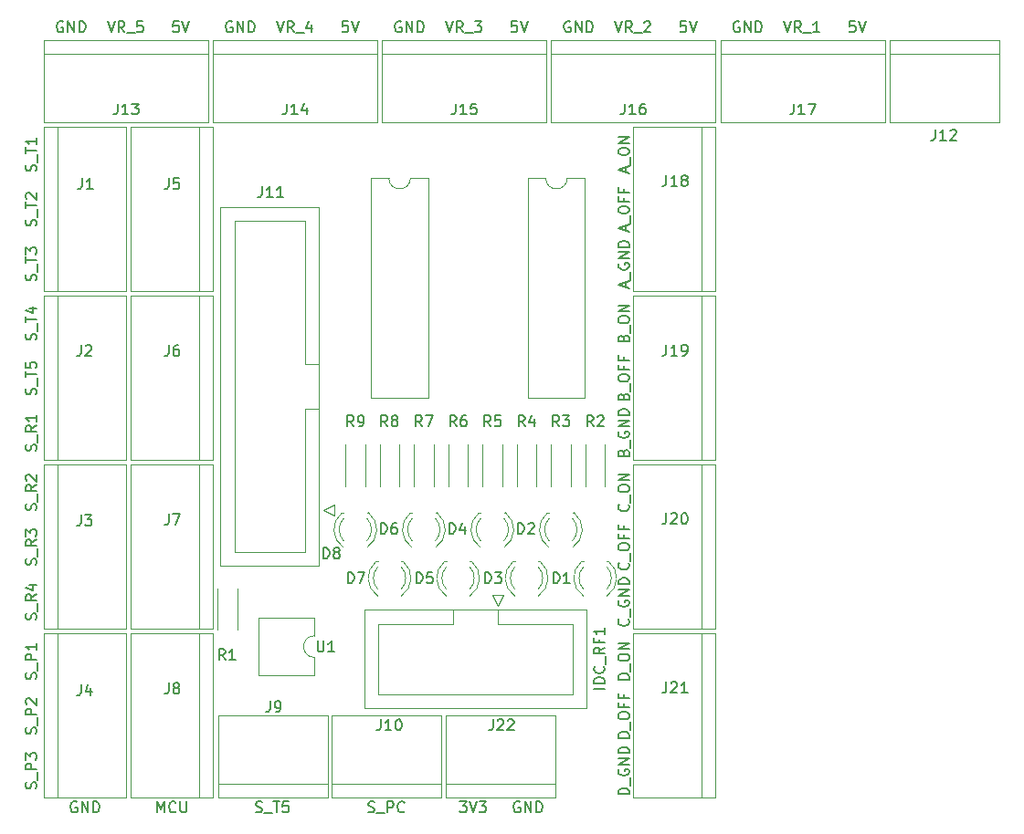
<source format=gbr>
%TF.GenerationSoftware,KiCad,Pcbnew,7.0.6*%
%TF.CreationDate,2023-09-19T12:35:55+08:00*%
%TF.ProjectId,Control Panel Motherboard,436f6e74-726f-46c2-9050-616e656c204d,0*%
%TF.SameCoordinates,Original*%
%TF.FileFunction,Legend,Top*%
%TF.FilePolarity,Positive*%
%FSLAX46Y46*%
G04 Gerber Fmt 4.6, Leading zero omitted, Abs format (unit mm)*
G04 Created by KiCad (PCBNEW 7.0.6) date 2023-09-19 12:35:55*
%MOMM*%
%LPD*%
G01*
G04 APERTURE LIST*
%ADD10C,0.150000*%
%ADD11C,0.120000*%
G04 APERTURE END LIST*
D10*
X45408207Y876180D02*
X44932017Y876180D01*
X44932017Y876180D02*
X44884398Y399990D01*
X44884398Y399990D02*
X44932017Y447609D01*
X44932017Y447609D02*
X45027255Y495228D01*
X45027255Y495228D02*
X45265350Y495228D01*
X45265350Y495228D02*
X45360588Y447609D01*
X45360588Y447609D02*
X45408207Y399990D01*
X45408207Y399990D02*
X45455826Y304752D01*
X45455826Y304752D02*
X45455826Y66657D01*
X45455826Y66657D02*
X45408207Y-28580D01*
X45408207Y-28580D02*
X45360588Y-76200D01*
X45360588Y-76200D02*
X45265350Y-123819D01*
X45265350Y-123819D02*
X45027255Y-123819D01*
X45027255Y-123819D02*
X44932017Y-76200D01*
X44932017Y-76200D02*
X44884398Y-28580D01*
X45741541Y876180D02*
X46074874Y-123819D01*
X46074874Y-123819D02*
X46408207Y876180D01*
X31649417Y-72466200D02*
X31792274Y-72513819D01*
X31792274Y-72513819D02*
X32030369Y-72513819D01*
X32030369Y-72513819D02*
X32125607Y-72466200D01*
X32125607Y-72466200D02*
X32173226Y-72418580D01*
X32173226Y-72418580D02*
X32220845Y-72323342D01*
X32220845Y-72323342D02*
X32220845Y-72228104D01*
X32220845Y-72228104D02*
X32173226Y-72132866D01*
X32173226Y-72132866D02*
X32125607Y-72085247D01*
X32125607Y-72085247D02*
X32030369Y-72037628D01*
X32030369Y-72037628D02*
X31839893Y-71990009D01*
X31839893Y-71990009D02*
X31744655Y-71942390D01*
X31744655Y-71942390D02*
X31697036Y-71894771D01*
X31697036Y-71894771D02*
X31649417Y-71799533D01*
X31649417Y-71799533D02*
X31649417Y-71704295D01*
X31649417Y-71704295D02*
X31697036Y-71609057D01*
X31697036Y-71609057D02*
X31744655Y-71561438D01*
X31744655Y-71561438D02*
X31839893Y-71513819D01*
X31839893Y-71513819D02*
X32077988Y-71513819D01*
X32077988Y-71513819D02*
X32220845Y-71561438D01*
X32411322Y-72609057D02*
X33173226Y-72609057D01*
X33411322Y-72513819D02*
X33411322Y-71513819D01*
X33411322Y-71513819D02*
X33792274Y-71513819D01*
X33792274Y-71513819D02*
X33887512Y-71561438D01*
X33887512Y-71561438D02*
X33935131Y-71609057D01*
X33935131Y-71609057D02*
X33982750Y-71704295D01*
X33982750Y-71704295D02*
X33982750Y-71847152D01*
X33982750Y-71847152D02*
X33935131Y-71942390D01*
X33935131Y-71942390D02*
X33887512Y-71990009D01*
X33887512Y-71990009D02*
X33792274Y-72037628D01*
X33792274Y-72037628D02*
X33411322Y-72037628D01*
X34982750Y-72418580D02*
X34935131Y-72466200D01*
X34935131Y-72466200D02*
X34792274Y-72513819D01*
X34792274Y-72513819D02*
X34697036Y-72513819D01*
X34697036Y-72513819D02*
X34554179Y-72466200D01*
X34554179Y-72466200D02*
X34458941Y-72370961D01*
X34458941Y-72370961D02*
X34411322Y-72275723D01*
X34411322Y-72275723D02*
X34363703Y-72085247D01*
X34363703Y-72085247D02*
X34363703Y-71942390D01*
X34363703Y-71942390D02*
X34411322Y-71751914D01*
X34411322Y-71751914D02*
X34458941Y-71656676D01*
X34458941Y-71656676D02*
X34554179Y-71561438D01*
X34554179Y-71561438D02*
X34697036Y-71513819D01*
X34697036Y-71513819D02*
X34792274Y-71513819D01*
X34792274Y-71513819D02*
X34935131Y-71561438D01*
X34935131Y-71561438D02*
X34982750Y-71609057D01*
X55528104Y-13146182D02*
X55528104Y-12669992D01*
X55813819Y-13241420D02*
X54813819Y-12908087D01*
X54813819Y-12908087D02*
X55813819Y-12574754D01*
X55909057Y-12479516D02*
X55909057Y-11717611D01*
X54813819Y-11289039D02*
X54813819Y-11098563D01*
X54813819Y-11098563D02*
X54861438Y-11003325D01*
X54861438Y-11003325D02*
X54956676Y-10908087D01*
X54956676Y-10908087D02*
X55147152Y-10860468D01*
X55147152Y-10860468D02*
X55480485Y-10860468D01*
X55480485Y-10860468D02*
X55670961Y-10908087D01*
X55670961Y-10908087D02*
X55766200Y-11003325D01*
X55766200Y-11003325D02*
X55813819Y-11098563D01*
X55813819Y-11098563D02*
X55813819Y-11289039D01*
X55813819Y-11289039D02*
X55766200Y-11384277D01*
X55766200Y-11384277D02*
X55670961Y-11479515D01*
X55670961Y-11479515D02*
X55480485Y-11527134D01*
X55480485Y-11527134D02*
X55147152Y-11527134D01*
X55147152Y-11527134D02*
X54956676Y-11479515D01*
X54956676Y-11479515D02*
X54861438Y-11384277D01*
X54861438Y-11384277D02*
X54813819Y-11289039D01*
X55813819Y-10431896D02*
X54813819Y-10431896D01*
X54813819Y-10431896D02*
X55813819Y-9860468D01*
X55813819Y-9860468D02*
X54813819Y-9860468D01*
X838200Y-23163325D02*
X885819Y-23020468D01*
X885819Y-23020468D02*
X885819Y-22782373D01*
X885819Y-22782373D02*
X838200Y-22687135D01*
X838200Y-22687135D02*
X790580Y-22639516D01*
X790580Y-22639516D02*
X695342Y-22591897D01*
X695342Y-22591897D02*
X600104Y-22591897D01*
X600104Y-22591897D02*
X504866Y-22639516D01*
X504866Y-22639516D02*
X457247Y-22687135D01*
X457247Y-22687135D02*
X409628Y-22782373D01*
X409628Y-22782373D02*
X362009Y-22972849D01*
X362009Y-22972849D02*
X314390Y-23068087D01*
X314390Y-23068087D02*
X266771Y-23115706D01*
X266771Y-23115706D02*
X171533Y-23163325D01*
X171533Y-23163325D02*
X76295Y-23163325D01*
X76295Y-23163325D02*
X-18942Y-23115706D01*
X-18942Y-23115706D02*
X-66561Y-23068087D01*
X-66561Y-23068087D02*
X-114180Y-22972849D01*
X-114180Y-22972849D02*
X-114180Y-22734754D01*
X-114180Y-22734754D02*
X-66561Y-22591897D01*
X981057Y-22401421D02*
X981057Y-21639516D01*
X-114180Y-21544277D02*
X-114180Y-20972849D01*
X885819Y-21258563D02*
X-114180Y-21258563D01*
X-114180Y-20734753D02*
X-114180Y-20115706D01*
X-114180Y-20115706D02*
X266771Y-20449039D01*
X266771Y-20449039D02*
X266771Y-20306182D01*
X266771Y-20306182D02*
X314390Y-20210944D01*
X314390Y-20210944D02*
X362009Y-20163325D01*
X362009Y-20163325D02*
X457247Y-20115706D01*
X457247Y-20115706D02*
X695342Y-20115706D01*
X695342Y-20115706D02*
X790580Y-20163325D01*
X790580Y-20163325D02*
X838200Y-20210944D01*
X838200Y-20210944D02*
X885819Y-20306182D01*
X885819Y-20306182D02*
X885819Y-20591896D01*
X885819Y-20591896D02*
X838200Y-20687134D01*
X838200Y-20687134D02*
X790580Y-20734753D01*
X838200Y-44470373D02*
X885819Y-44327516D01*
X885819Y-44327516D02*
X885819Y-44089421D01*
X885819Y-44089421D02*
X838200Y-43994183D01*
X838200Y-43994183D02*
X790580Y-43946564D01*
X790580Y-43946564D02*
X695342Y-43898945D01*
X695342Y-43898945D02*
X600104Y-43898945D01*
X600104Y-43898945D02*
X504866Y-43946564D01*
X504866Y-43946564D02*
X457247Y-43994183D01*
X457247Y-43994183D02*
X409628Y-44089421D01*
X409628Y-44089421D02*
X362009Y-44279897D01*
X362009Y-44279897D02*
X314390Y-44375135D01*
X314390Y-44375135D02*
X266771Y-44422754D01*
X266771Y-44422754D02*
X171533Y-44470373D01*
X171533Y-44470373D02*
X76295Y-44470373D01*
X76295Y-44470373D02*
X-18942Y-44422754D01*
X-18942Y-44422754D02*
X-66561Y-44375135D01*
X-66561Y-44375135D02*
X-114180Y-44279897D01*
X-114180Y-44279897D02*
X-114180Y-44041802D01*
X-114180Y-44041802D02*
X-66561Y-43898945D01*
X981057Y-43708469D02*
X981057Y-42946564D01*
X885819Y-42137040D02*
X409628Y-42470373D01*
X885819Y-42708468D02*
X-114180Y-42708468D01*
X-114180Y-42708468D02*
X-114180Y-42327516D01*
X-114180Y-42327516D02*
X-66561Y-42232278D01*
X-66561Y-42232278D02*
X-18942Y-42184659D01*
X-18942Y-42184659D02*
X76295Y-42137040D01*
X76295Y-42137040D02*
X219152Y-42137040D01*
X219152Y-42137040D02*
X314390Y-42184659D01*
X314390Y-42184659D02*
X362009Y-42232278D01*
X362009Y-42232278D02*
X409628Y-42327516D01*
X409628Y-42327516D02*
X409628Y-42708468D01*
X-18942Y-41756087D02*
X-66561Y-41708468D01*
X-66561Y-41708468D02*
X-114180Y-41613230D01*
X-114180Y-41613230D02*
X-114180Y-41375135D01*
X-114180Y-41375135D02*
X-66561Y-41279897D01*
X-66561Y-41279897D02*
X-18942Y-41232278D01*
X-18942Y-41232278D02*
X76295Y-41184659D01*
X76295Y-41184659D02*
X171533Y-41184659D01*
X171533Y-41184659D02*
X314390Y-41232278D01*
X314390Y-41232278D02*
X885819Y-41803706D01*
X885819Y-41803706D02*
X885819Y-41184659D01*
X838200Y-65219973D02*
X885819Y-65077116D01*
X885819Y-65077116D02*
X885819Y-64839021D01*
X885819Y-64839021D02*
X838200Y-64743783D01*
X838200Y-64743783D02*
X790580Y-64696164D01*
X790580Y-64696164D02*
X695342Y-64648545D01*
X695342Y-64648545D02*
X600104Y-64648545D01*
X600104Y-64648545D02*
X504866Y-64696164D01*
X504866Y-64696164D02*
X457247Y-64743783D01*
X457247Y-64743783D02*
X409628Y-64839021D01*
X409628Y-64839021D02*
X362009Y-65029497D01*
X362009Y-65029497D02*
X314390Y-65124735D01*
X314390Y-65124735D02*
X266771Y-65172354D01*
X266771Y-65172354D02*
X171533Y-65219973D01*
X171533Y-65219973D02*
X76295Y-65219973D01*
X76295Y-65219973D02*
X-18942Y-65172354D01*
X-18942Y-65172354D02*
X-66561Y-65124735D01*
X-66561Y-65124735D02*
X-114180Y-65029497D01*
X-114180Y-65029497D02*
X-114180Y-64791402D01*
X-114180Y-64791402D02*
X-66561Y-64648545D01*
X981057Y-64458069D02*
X981057Y-63696164D01*
X885819Y-63458068D02*
X-114180Y-63458068D01*
X-114180Y-63458068D02*
X-114180Y-63077116D01*
X-114180Y-63077116D02*
X-66561Y-62981878D01*
X-66561Y-62981878D02*
X-18942Y-62934259D01*
X-18942Y-62934259D02*
X76295Y-62886640D01*
X76295Y-62886640D02*
X219152Y-62886640D01*
X219152Y-62886640D02*
X314390Y-62934259D01*
X314390Y-62934259D02*
X362009Y-62981878D01*
X362009Y-62981878D02*
X409628Y-63077116D01*
X409628Y-63077116D02*
X409628Y-63458068D01*
X-18942Y-62505687D02*
X-66561Y-62458068D01*
X-66561Y-62458068D02*
X-114180Y-62362830D01*
X-114180Y-62362830D02*
X-114180Y-62124735D01*
X-114180Y-62124735D02*
X-66561Y-62029497D01*
X-66561Y-62029497D02*
X-18942Y-61981878D01*
X-18942Y-61981878D02*
X76295Y-61934259D01*
X76295Y-61934259D02*
X171533Y-61934259D01*
X171533Y-61934259D02*
X314390Y-61981878D01*
X314390Y-61981878D02*
X885819Y-62553306D01*
X885819Y-62553306D02*
X885819Y-61934259D01*
X70171808Y876180D02*
X70505141Y-123819D01*
X70505141Y-123819D02*
X70838474Y876180D01*
X71743236Y-123819D02*
X71409903Y352371D01*
X71171808Y-123819D02*
X71171808Y876180D01*
X71171808Y876180D02*
X71552760Y876180D01*
X71552760Y876180D02*
X71647998Y828561D01*
X71647998Y828561D02*
X71695617Y780942D01*
X71695617Y780942D02*
X71743236Y685704D01*
X71743236Y685704D02*
X71743236Y542847D01*
X71743236Y542847D02*
X71695617Y447609D01*
X71695617Y447609D02*
X71647998Y399990D01*
X71647998Y399990D02*
X71552760Y352371D01*
X71552760Y352371D02*
X71171808Y352371D01*
X71933713Y-219057D02*
X72695617Y-219057D01*
X73457522Y-123819D02*
X72886094Y-123819D01*
X73171808Y-123819D02*
X73171808Y876180D01*
X73171808Y876180D02*
X73076570Y733323D01*
X73076570Y733323D02*
X72981332Y638085D01*
X72981332Y638085D02*
X72886094Y590466D01*
X838200Y-28679525D02*
X885819Y-28536668D01*
X885819Y-28536668D02*
X885819Y-28298573D01*
X885819Y-28298573D02*
X838200Y-28203335D01*
X838200Y-28203335D02*
X790580Y-28155716D01*
X790580Y-28155716D02*
X695342Y-28108097D01*
X695342Y-28108097D02*
X600104Y-28108097D01*
X600104Y-28108097D02*
X504866Y-28155716D01*
X504866Y-28155716D02*
X457247Y-28203335D01*
X457247Y-28203335D02*
X409628Y-28298573D01*
X409628Y-28298573D02*
X362009Y-28489049D01*
X362009Y-28489049D02*
X314390Y-28584287D01*
X314390Y-28584287D02*
X266771Y-28631906D01*
X266771Y-28631906D02*
X171533Y-28679525D01*
X171533Y-28679525D02*
X76295Y-28679525D01*
X76295Y-28679525D02*
X-18942Y-28631906D01*
X-18942Y-28631906D02*
X-66561Y-28584287D01*
X-66561Y-28584287D02*
X-114180Y-28489049D01*
X-114180Y-28489049D02*
X-114180Y-28250954D01*
X-114180Y-28250954D02*
X-66561Y-28108097D01*
X981057Y-27917621D02*
X981057Y-27155716D01*
X-114180Y-27060477D02*
X-114180Y-26489049D01*
X885819Y-26774763D02*
X-114180Y-26774763D01*
X219152Y-25727144D02*
X885819Y-25727144D01*
X-161800Y-25965239D02*
X552485Y-26203334D01*
X552485Y-26203334D02*
X552485Y-25584287D01*
X66020379Y828561D02*
X65925141Y876180D01*
X65925141Y876180D02*
X65782284Y876180D01*
X65782284Y876180D02*
X65639427Y828561D01*
X65639427Y828561D02*
X65544189Y733323D01*
X65544189Y733323D02*
X65496570Y638085D01*
X65496570Y638085D02*
X65448951Y447609D01*
X65448951Y447609D02*
X65448951Y304752D01*
X65448951Y304752D02*
X65496570Y114276D01*
X65496570Y114276D02*
X65544189Y19038D01*
X65544189Y19038D02*
X65639427Y-76200D01*
X65639427Y-76200D02*
X65782284Y-123819D01*
X65782284Y-123819D02*
X65877522Y-123819D01*
X65877522Y-123819D02*
X66020379Y-76200D01*
X66020379Y-76200D02*
X66067998Y-28580D01*
X66067998Y-28580D02*
X66067998Y304752D01*
X66067998Y304752D02*
X65877522Y304752D01*
X66496570Y-123819D02*
X66496570Y876180D01*
X66496570Y876180D02*
X67067998Y-123819D01*
X67067998Y-123819D02*
X67067998Y876180D01*
X67544189Y-123819D02*
X67544189Y876180D01*
X67544189Y876180D02*
X67782284Y876180D01*
X67782284Y876180D02*
X67925141Y828561D01*
X67925141Y828561D02*
X68020379Y733323D01*
X68020379Y733323D02*
X68067998Y638085D01*
X68067998Y638085D02*
X68115617Y447609D01*
X68115617Y447609D02*
X68115617Y304752D01*
X68115617Y304752D02*
X68067998Y114276D01*
X68067998Y114276D02*
X68020379Y19038D01*
X68020379Y19038D02*
X67925141Y-76200D01*
X67925141Y-76200D02*
X67782284Y-123819D01*
X67782284Y-123819D02*
X67544189Y-123819D01*
X55718580Y-43946564D02*
X55766200Y-43994183D01*
X55766200Y-43994183D02*
X55813819Y-44137040D01*
X55813819Y-44137040D02*
X55813819Y-44232278D01*
X55813819Y-44232278D02*
X55766200Y-44375135D01*
X55766200Y-44375135D02*
X55670961Y-44470373D01*
X55670961Y-44470373D02*
X55575723Y-44517992D01*
X55575723Y-44517992D02*
X55385247Y-44565611D01*
X55385247Y-44565611D02*
X55242390Y-44565611D01*
X55242390Y-44565611D02*
X55051914Y-44517992D01*
X55051914Y-44517992D02*
X54956676Y-44470373D01*
X54956676Y-44470373D02*
X54861438Y-44375135D01*
X54861438Y-44375135D02*
X54813819Y-44232278D01*
X54813819Y-44232278D02*
X54813819Y-44137040D01*
X54813819Y-44137040D02*
X54861438Y-43994183D01*
X54861438Y-43994183D02*
X54909057Y-43946564D01*
X55909057Y-43756088D02*
X55909057Y-42994183D01*
X54813819Y-42565611D02*
X54813819Y-42375135D01*
X54813819Y-42375135D02*
X54861438Y-42279897D01*
X54861438Y-42279897D02*
X54956676Y-42184659D01*
X54956676Y-42184659D02*
X55147152Y-42137040D01*
X55147152Y-42137040D02*
X55480485Y-42137040D01*
X55480485Y-42137040D02*
X55670961Y-42184659D01*
X55670961Y-42184659D02*
X55766200Y-42279897D01*
X55766200Y-42279897D02*
X55813819Y-42375135D01*
X55813819Y-42375135D02*
X55813819Y-42565611D01*
X55813819Y-42565611D02*
X55766200Y-42660849D01*
X55766200Y-42660849D02*
X55670961Y-42756087D01*
X55670961Y-42756087D02*
X55480485Y-42803706D01*
X55480485Y-42803706D02*
X55147152Y-42803706D01*
X55147152Y-42803706D02*
X54956676Y-42756087D01*
X54956676Y-42756087D02*
X54861438Y-42660849D01*
X54861438Y-42660849D02*
X54813819Y-42565611D01*
X55813819Y-41708468D02*
X54813819Y-41708468D01*
X54813819Y-41708468D02*
X55813819Y-41137040D01*
X55813819Y-41137040D02*
X54813819Y-41137040D01*
X838200Y-54630373D02*
X885819Y-54487516D01*
X885819Y-54487516D02*
X885819Y-54249421D01*
X885819Y-54249421D02*
X838200Y-54154183D01*
X838200Y-54154183D02*
X790580Y-54106564D01*
X790580Y-54106564D02*
X695342Y-54058945D01*
X695342Y-54058945D02*
X600104Y-54058945D01*
X600104Y-54058945D02*
X504866Y-54106564D01*
X504866Y-54106564D02*
X457247Y-54154183D01*
X457247Y-54154183D02*
X409628Y-54249421D01*
X409628Y-54249421D02*
X362009Y-54439897D01*
X362009Y-54439897D02*
X314390Y-54535135D01*
X314390Y-54535135D02*
X266771Y-54582754D01*
X266771Y-54582754D02*
X171533Y-54630373D01*
X171533Y-54630373D02*
X76295Y-54630373D01*
X76295Y-54630373D02*
X-18942Y-54582754D01*
X-18942Y-54582754D02*
X-66561Y-54535135D01*
X-66561Y-54535135D02*
X-114180Y-54439897D01*
X-114180Y-54439897D02*
X-114180Y-54201802D01*
X-114180Y-54201802D02*
X-66561Y-54058945D01*
X981057Y-53868469D02*
X981057Y-53106564D01*
X885819Y-52297040D02*
X409628Y-52630373D01*
X885819Y-52868468D02*
X-114180Y-52868468D01*
X-114180Y-52868468D02*
X-114180Y-52487516D01*
X-114180Y-52487516D02*
X-66561Y-52392278D01*
X-66561Y-52392278D02*
X-18942Y-52344659D01*
X-18942Y-52344659D02*
X76295Y-52297040D01*
X76295Y-52297040D02*
X219152Y-52297040D01*
X219152Y-52297040D02*
X314390Y-52344659D01*
X314390Y-52344659D02*
X362009Y-52392278D01*
X362009Y-52392278D02*
X409628Y-52487516D01*
X409628Y-52487516D02*
X409628Y-52868468D01*
X219152Y-51439897D02*
X885819Y-51439897D01*
X-161800Y-51677992D02*
X552485Y-51916087D01*
X552485Y-51916087D02*
X552485Y-51297040D01*
X55813819Y-70823782D02*
X54813819Y-70823782D01*
X54813819Y-70823782D02*
X54813819Y-70585687D01*
X54813819Y-70585687D02*
X54861438Y-70442830D01*
X54861438Y-70442830D02*
X54956676Y-70347592D01*
X54956676Y-70347592D02*
X55051914Y-70299973D01*
X55051914Y-70299973D02*
X55242390Y-70252354D01*
X55242390Y-70252354D02*
X55385247Y-70252354D01*
X55385247Y-70252354D02*
X55575723Y-70299973D01*
X55575723Y-70299973D02*
X55670961Y-70347592D01*
X55670961Y-70347592D02*
X55766200Y-70442830D01*
X55766200Y-70442830D02*
X55813819Y-70585687D01*
X55813819Y-70585687D02*
X55813819Y-70823782D01*
X55909057Y-70061878D02*
X55909057Y-69299973D01*
X54861438Y-68538068D02*
X54813819Y-68633306D01*
X54813819Y-68633306D02*
X54813819Y-68776163D01*
X54813819Y-68776163D02*
X54861438Y-68919020D01*
X54861438Y-68919020D02*
X54956676Y-69014258D01*
X54956676Y-69014258D02*
X55051914Y-69061877D01*
X55051914Y-69061877D02*
X55242390Y-69109496D01*
X55242390Y-69109496D02*
X55385247Y-69109496D01*
X55385247Y-69109496D02*
X55575723Y-69061877D01*
X55575723Y-69061877D02*
X55670961Y-69014258D01*
X55670961Y-69014258D02*
X55766200Y-68919020D01*
X55766200Y-68919020D02*
X55813819Y-68776163D01*
X55813819Y-68776163D02*
X55813819Y-68680925D01*
X55813819Y-68680925D02*
X55766200Y-68538068D01*
X55766200Y-68538068D02*
X55718580Y-68490449D01*
X55718580Y-68490449D02*
X55385247Y-68490449D01*
X55385247Y-68490449D02*
X55385247Y-68680925D01*
X55813819Y-68061877D02*
X54813819Y-68061877D01*
X54813819Y-68061877D02*
X55813819Y-67490449D01*
X55813819Y-67490449D02*
X54813819Y-67490449D01*
X55813819Y-67014258D02*
X54813819Y-67014258D01*
X54813819Y-67014258D02*
X54813819Y-66776163D01*
X54813819Y-66776163D02*
X54861438Y-66633306D01*
X54861438Y-66633306D02*
X54956676Y-66538068D01*
X54956676Y-66538068D02*
X55051914Y-66490449D01*
X55051914Y-66490449D02*
X55242390Y-66442830D01*
X55242390Y-66442830D02*
X55385247Y-66442830D01*
X55385247Y-66442830D02*
X55575723Y-66490449D01*
X55575723Y-66490449D02*
X55670961Y-66538068D01*
X55670961Y-66538068D02*
X55766200Y-66633306D01*
X55766200Y-66633306D02*
X55813819Y-66776163D01*
X55813819Y-66776163D02*
X55813819Y-67014258D01*
X55718580Y-54582754D02*
X55766200Y-54630373D01*
X55766200Y-54630373D02*
X55813819Y-54773230D01*
X55813819Y-54773230D02*
X55813819Y-54868468D01*
X55813819Y-54868468D02*
X55766200Y-55011325D01*
X55766200Y-55011325D02*
X55670961Y-55106563D01*
X55670961Y-55106563D02*
X55575723Y-55154182D01*
X55575723Y-55154182D02*
X55385247Y-55201801D01*
X55385247Y-55201801D02*
X55242390Y-55201801D01*
X55242390Y-55201801D02*
X55051914Y-55154182D01*
X55051914Y-55154182D02*
X54956676Y-55106563D01*
X54956676Y-55106563D02*
X54861438Y-55011325D01*
X54861438Y-55011325D02*
X54813819Y-54868468D01*
X54813819Y-54868468D02*
X54813819Y-54773230D01*
X54813819Y-54773230D02*
X54861438Y-54630373D01*
X54861438Y-54630373D02*
X54909057Y-54582754D01*
X55909057Y-54392278D02*
X55909057Y-53630373D01*
X54861438Y-52868468D02*
X54813819Y-52963706D01*
X54813819Y-52963706D02*
X54813819Y-53106563D01*
X54813819Y-53106563D02*
X54861438Y-53249420D01*
X54861438Y-53249420D02*
X54956676Y-53344658D01*
X54956676Y-53344658D02*
X55051914Y-53392277D01*
X55051914Y-53392277D02*
X55242390Y-53439896D01*
X55242390Y-53439896D02*
X55385247Y-53439896D01*
X55385247Y-53439896D02*
X55575723Y-53392277D01*
X55575723Y-53392277D02*
X55670961Y-53344658D01*
X55670961Y-53344658D02*
X55766200Y-53249420D01*
X55766200Y-53249420D02*
X55813819Y-53106563D01*
X55813819Y-53106563D02*
X55813819Y-53011325D01*
X55813819Y-53011325D02*
X55766200Y-52868468D01*
X55766200Y-52868468D02*
X55718580Y-52820849D01*
X55718580Y-52820849D02*
X55385247Y-52820849D01*
X55385247Y-52820849D02*
X55385247Y-53011325D01*
X55813819Y-52392277D02*
X54813819Y-52392277D01*
X54813819Y-52392277D02*
X55813819Y-51820849D01*
X55813819Y-51820849D02*
X54813819Y-51820849D01*
X55813819Y-51344658D02*
X54813819Y-51344658D01*
X54813819Y-51344658D02*
X54813819Y-51106563D01*
X54813819Y-51106563D02*
X54861438Y-50963706D01*
X54861438Y-50963706D02*
X54956676Y-50868468D01*
X54956676Y-50868468D02*
X55051914Y-50820849D01*
X55051914Y-50820849D02*
X55242390Y-50773230D01*
X55242390Y-50773230D02*
X55385247Y-50773230D01*
X55385247Y-50773230D02*
X55575723Y-50820849D01*
X55575723Y-50820849D02*
X55670961Y-50868468D01*
X55670961Y-50868468D02*
X55766200Y-50963706D01*
X55766200Y-50963706D02*
X55813819Y-51106563D01*
X55813819Y-51106563D02*
X55813819Y-51344658D01*
X55813819Y-65600925D02*
X54813819Y-65600925D01*
X54813819Y-65600925D02*
X54813819Y-65362830D01*
X54813819Y-65362830D02*
X54861438Y-65219973D01*
X54861438Y-65219973D02*
X54956676Y-65124735D01*
X54956676Y-65124735D02*
X55051914Y-65077116D01*
X55051914Y-65077116D02*
X55242390Y-65029497D01*
X55242390Y-65029497D02*
X55385247Y-65029497D01*
X55385247Y-65029497D02*
X55575723Y-65077116D01*
X55575723Y-65077116D02*
X55670961Y-65124735D01*
X55670961Y-65124735D02*
X55766200Y-65219973D01*
X55766200Y-65219973D02*
X55813819Y-65362830D01*
X55813819Y-65362830D02*
X55813819Y-65600925D01*
X55909057Y-64839021D02*
X55909057Y-64077116D01*
X54813819Y-63648544D02*
X54813819Y-63458068D01*
X54813819Y-63458068D02*
X54861438Y-63362830D01*
X54861438Y-63362830D02*
X54956676Y-63267592D01*
X54956676Y-63267592D02*
X55147152Y-63219973D01*
X55147152Y-63219973D02*
X55480485Y-63219973D01*
X55480485Y-63219973D02*
X55670961Y-63267592D01*
X55670961Y-63267592D02*
X55766200Y-63362830D01*
X55766200Y-63362830D02*
X55813819Y-63458068D01*
X55813819Y-63458068D02*
X55813819Y-63648544D01*
X55813819Y-63648544D02*
X55766200Y-63743782D01*
X55766200Y-63743782D02*
X55670961Y-63839020D01*
X55670961Y-63839020D02*
X55480485Y-63886639D01*
X55480485Y-63886639D02*
X55147152Y-63886639D01*
X55147152Y-63886639D02*
X54956676Y-63839020D01*
X54956676Y-63839020D02*
X54861438Y-63743782D01*
X54861438Y-63743782D02*
X54813819Y-63648544D01*
X55290009Y-62458068D02*
X55290009Y-62791401D01*
X55813819Y-62791401D02*
X54813819Y-62791401D01*
X54813819Y-62791401D02*
X54813819Y-62315211D01*
X55290009Y-61600925D02*
X55290009Y-61934258D01*
X55813819Y-61934258D02*
X54813819Y-61934258D01*
X54813819Y-61934258D02*
X54813819Y-61458068D01*
X838200Y-60139973D02*
X885819Y-59997116D01*
X885819Y-59997116D02*
X885819Y-59759021D01*
X885819Y-59759021D02*
X838200Y-59663783D01*
X838200Y-59663783D02*
X790580Y-59616164D01*
X790580Y-59616164D02*
X695342Y-59568545D01*
X695342Y-59568545D02*
X600104Y-59568545D01*
X600104Y-59568545D02*
X504866Y-59616164D01*
X504866Y-59616164D02*
X457247Y-59663783D01*
X457247Y-59663783D02*
X409628Y-59759021D01*
X409628Y-59759021D02*
X362009Y-59949497D01*
X362009Y-59949497D02*
X314390Y-60044735D01*
X314390Y-60044735D02*
X266771Y-60092354D01*
X266771Y-60092354D02*
X171533Y-60139973D01*
X171533Y-60139973D02*
X76295Y-60139973D01*
X76295Y-60139973D02*
X-18942Y-60092354D01*
X-18942Y-60092354D02*
X-66561Y-60044735D01*
X-66561Y-60044735D02*
X-114180Y-59949497D01*
X-114180Y-59949497D02*
X-114180Y-59711402D01*
X-114180Y-59711402D02*
X-66561Y-59568545D01*
X981057Y-59378069D02*
X981057Y-58616164D01*
X885819Y-58378068D02*
X-114180Y-58378068D01*
X-114180Y-58378068D02*
X-114180Y-57997116D01*
X-114180Y-57997116D02*
X-66561Y-57901878D01*
X-66561Y-57901878D02*
X-18942Y-57854259D01*
X-18942Y-57854259D02*
X76295Y-57806640D01*
X76295Y-57806640D02*
X219152Y-57806640D01*
X219152Y-57806640D02*
X314390Y-57854259D01*
X314390Y-57854259D02*
X362009Y-57901878D01*
X362009Y-57901878D02*
X409628Y-57997116D01*
X409628Y-57997116D02*
X409628Y-58378068D01*
X885819Y-56854259D02*
X885819Y-57425687D01*
X885819Y-57139973D02*
X-114180Y-57139973D01*
X-114180Y-57139973D02*
X28676Y-57235211D01*
X28676Y-57235211D02*
X123914Y-57330449D01*
X123914Y-57330449D02*
X171533Y-57425687D01*
X76751807Y876180D02*
X76275617Y876180D01*
X76275617Y876180D02*
X76227998Y399990D01*
X76227998Y399990D02*
X76275617Y447609D01*
X76275617Y447609D02*
X76370855Y495228D01*
X76370855Y495228D02*
X76608950Y495228D01*
X76608950Y495228D02*
X76704188Y447609D01*
X76704188Y447609D02*
X76751807Y399990D01*
X76751807Y399990D02*
X76799426Y304752D01*
X76799426Y304752D02*
X76799426Y66657D01*
X76799426Y66657D02*
X76751807Y-28580D01*
X76751807Y-28580D02*
X76704188Y-76200D01*
X76704188Y-76200D02*
X76608950Y-123819D01*
X76608950Y-123819D02*
X76370855Y-123819D01*
X76370855Y-123819D02*
X76275617Y-76200D01*
X76275617Y-76200D02*
X76227998Y-28580D01*
X77085141Y876180D02*
X77418474Y-123819D01*
X77418474Y-123819D02*
X77751807Y876180D01*
X38828208Y876180D02*
X39161541Y-123819D01*
X39161541Y-123819D02*
X39494874Y876180D01*
X40399636Y-123819D02*
X40066303Y352371D01*
X39828208Y-123819D02*
X39828208Y876180D01*
X39828208Y876180D02*
X40209160Y876180D01*
X40209160Y876180D02*
X40304398Y828561D01*
X40304398Y828561D02*
X40352017Y780942D01*
X40352017Y780942D02*
X40399636Y685704D01*
X40399636Y685704D02*
X40399636Y542847D01*
X40399636Y542847D02*
X40352017Y447609D01*
X40352017Y447609D02*
X40304398Y399990D01*
X40304398Y399990D02*
X40209160Y352371D01*
X40209160Y352371D02*
X39828208Y352371D01*
X40590113Y-219057D02*
X41352017Y-219057D01*
X41494875Y876180D02*
X42113922Y876180D01*
X42113922Y876180D02*
X41780589Y495228D01*
X41780589Y495228D02*
X41923446Y495228D01*
X41923446Y495228D02*
X42018684Y447609D01*
X42018684Y447609D02*
X42066303Y399990D01*
X42066303Y399990D02*
X42113922Y304752D01*
X42113922Y304752D02*
X42113922Y66657D01*
X42113922Y66657D02*
X42066303Y-28580D01*
X42066303Y-28580D02*
X42018684Y-76200D01*
X42018684Y-76200D02*
X41923446Y-123819D01*
X41923446Y-123819D02*
X41637732Y-123819D01*
X41637732Y-123819D02*
X41542494Y-76200D01*
X41542494Y-76200D02*
X41494875Y-28580D01*
X838200Y-33759525D02*
X885819Y-33616668D01*
X885819Y-33616668D02*
X885819Y-33378573D01*
X885819Y-33378573D02*
X838200Y-33283335D01*
X838200Y-33283335D02*
X790580Y-33235716D01*
X790580Y-33235716D02*
X695342Y-33188097D01*
X695342Y-33188097D02*
X600104Y-33188097D01*
X600104Y-33188097D02*
X504866Y-33235716D01*
X504866Y-33235716D02*
X457247Y-33283335D01*
X457247Y-33283335D02*
X409628Y-33378573D01*
X409628Y-33378573D02*
X362009Y-33569049D01*
X362009Y-33569049D02*
X314390Y-33664287D01*
X314390Y-33664287D02*
X266771Y-33711906D01*
X266771Y-33711906D02*
X171533Y-33759525D01*
X171533Y-33759525D02*
X76295Y-33759525D01*
X76295Y-33759525D02*
X-18942Y-33711906D01*
X-18942Y-33711906D02*
X-66561Y-33664287D01*
X-66561Y-33664287D02*
X-114180Y-33569049D01*
X-114180Y-33569049D02*
X-114180Y-33330954D01*
X-114180Y-33330954D02*
X-66561Y-33188097D01*
X981057Y-32997621D02*
X981057Y-32235716D01*
X-114180Y-32140477D02*
X-114180Y-31569049D01*
X885819Y-31854763D02*
X-114180Y-31854763D01*
X-114180Y-30759525D02*
X-114180Y-31235715D01*
X-114180Y-31235715D02*
X362009Y-31283334D01*
X362009Y-31283334D02*
X314390Y-31235715D01*
X314390Y-31235715D02*
X266771Y-31140477D01*
X266771Y-31140477D02*
X266771Y-30902382D01*
X266771Y-30902382D02*
X314390Y-30807144D01*
X314390Y-30807144D02*
X362009Y-30759525D01*
X362009Y-30759525D02*
X457247Y-30711906D01*
X457247Y-30711906D02*
X695342Y-30711906D01*
X695342Y-30711906D02*
X790580Y-30759525D01*
X790580Y-30759525D02*
X838200Y-30807144D01*
X838200Y-30807144D02*
X885819Y-30902382D01*
X885819Y-30902382D02*
X885819Y-31140477D01*
X885819Y-31140477D02*
X838200Y-31235715D01*
X838200Y-31235715D02*
X790580Y-31283334D01*
X50348579Y828561D02*
X50253341Y876180D01*
X50253341Y876180D02*
X50110484Y876180D01*
X50110484Y876180D02*
X49967627Y828561D01*
X49967627Y828561D02*
X49872389Y733323D01*
X49872389Y733323D02*
X49824770Y638085D01*
X49824770Y638085D02*
X49777151Y447609D01*
X49777151Y447609D02*
X49777151Y304752D01*
X49777151Y304752D02*
X49824770Y114276D01*
X49824770Y114276D02*
X49872389Y19038D01*
X49872389Y19038D02*
X49967627Y-76200D01*
X49967627Y-76200D02*
X50110484Y-123819D01*
X50110484Y-123819D02*
X50205722Y-123819D01*
X50205722Y-123819D02*
X50348579Y-76200D01*
X50348579Y-76200D02*
X50396198Y-28580D01*
X50396198Y-28580D02*
X50396198Y304752D01*
X50396198Y304752D02*
X50205722Y304752D01*
X50824770Y-123819D02*
X50824770Y876180D01*
X50824770Y876180D02*
X51396198Y-123819D01*
X51396198Y-123819D02*
X51396198Y876180D01*
X51872389Y-123819D02*
X51872389Y876180D01*
X51872389Y876180D02*
X52110484Y876180D01*
X52110484Y876180D02*
X52253341Y828561D01*
X52253341Y828561D02*
X52348579Y733323D01*
X52348579Y733323D02*
X52396198Y638085D01*
X52396198Y638085D02*
X52443817Y447609D01*
X52443817Y447609D02*
X52443817Y304752D01*
X52443817Y304752D02*
X52396198Y114276D01*
X52396198Y114276D02*
X52348579Y19038D01*
X52348579Y19038D02*
X52253341Y-76200D01*
X52253341Y-76200D02*
X52110484Y-123819D01*
X52110484Y-123819D02*
X51872389Y-123819D01*
X12078541Y-72513819D02*
X12078541Y-71513819D01*
X12078541Y-71513819D02*
X12411874Y-72228104D01*
X12411874Y-72228104D02*
X12745207Y-71513819D01*
X12745207Y-71513819D02*
X12745207Y-72513819D01*
X13792826Y-72418580D02*
X13745207Y-72466200D01*
X13745207Y-72466200D02*
X13602350Y-72513819D01*
X13602350Y-72513819D02*
X13507112Y-72513819D01*
X13507112Y-72513819D02*
X13364255Y-72466200D01*
X13364255Y-72466200D02*
X13269017Y-72370961D01*
X13269017Y-72370961D02*
X13221398Y-72275723D01*
X13221398Y-72275723D02*
X13173779Y-72085247D01*
X13173779Y-72085247D02*
X13173779Y-71942390D01*
X13173779Y-71942390D02*
X13221398Y-71751914D01*
X13221398Y-71751914D02*
X13269017Y-71656676D01*
X13269017Y-71656676D02*
X13364255Y-71561438D01*
X13364255Y-71561438D02*
X13507112Y-71513819D01*
X13507112Y-71513819D02*
X13602350Y-71513819D01*
X13602350Y-71513819D02*
X13745207Y-71561438D01*
X13745207Y-71561438D02*
X13792826Y-71609057D01*
X14221398Y-71513819D02*
X14221398Y-72323342D01*
X14221398Y-72323342D02*
X14269017Y-72418580D01*
X14269017Y-72418580D02*
X14316636Y-72466200D01*
X14316636Y-72466200D02*
X14411874Y-72513819D01*
X14411874Y-72513819D02*
X14602350Y-72513819D01*
X14602350Y-72513819D02*
X14697588Y-72466200D01*
X14697588Y-72466200D02*
X14745207Y-72418580D01*
X14745207Y-72418580D02*
X14792826Y-72323342D01*
X14792826Y-72323342D02*
X14792826Y-71513819D01*
X55528104Y-23782373D02*
X55528104Y-23306183D01*
X55813819Y-23877611D02*
X54813819Y-23544278D01*
X54813819Y-23544278D02*
X55813819Y-23210945D01*
X55909057Y-23115707D02*
X55909057Y-22353802D01*
X54861438Y-21591897D02*
X54813819Y-21687135D01*
X54813819Y-21687135D02*
X54813819Y-21829992D01*
X54813819Y-21829992D02*
X54861438Y-21972849D01*
X54861438Y-21972849D02*
X54956676Y-22068087D01*
X54956676Y-22068087D02*
X55051914Y-22115706D01*
X55051914Y-22115706D02*
X55242390Y-22163325D01*
X55242390Y-22163325D02*
X55385247Y-22163325D01*
X55385247Y-22163325D02*
X55575723Y-22115706D01*
X55575723Y-22115706D02*
X55670961Y-22068087D01*
X55670961Y-22068087D02*
X55766200Y-21972849D01*
X55766200Y-21972849D02*
X55813819Y-21829992D01*
X55813819Y-21829992D02*
X55813819Y-21734754D01*
X55813819Y-21734754D02*
X55766200Y-21591897D01*
X55766200Y-21591897D02*
X55718580Y-21544278D01*
X55718580Y-21544278D02*
X55385247Y-21544278D01*
X55385247Y-21544278D02*
X55385247Y-21734754D01*
X55813819Y-21115706D02*
X54813819Y-21115706D01*
X54813819Y-21115706D02*
X55813819Y-20544278D01*
X55813819Y-20544278D02*
X54813819Y-20544278D01*
X55813819Y-20068087D02*
X54813819Y-20068087D01*
X54813819Y-20068087D02*
X54813819Y-19829992D01*
X54813819Y-19829992D02*
X54861438Y-19687135D01*
X54861438Y-19687135D02*
X54956676Y-19591897D01*
X54956676Y-19591897D02*
X55051914Y-19544278D01*
X55051914Y-19544278D02*
X55242390Y-19496659D01*
X55242390Y-19496659D02*
X55385247Y-19496659D01*
X55385247Y-19496659D02*
X55575723Y-19544278D01*
X55575723Y-19544278D02*
X55670961Y-19591897D01*
X55670961Y-19591897D02*
X55766200Y-19687135D01*
X55766200Y-19687135D02*
X55813819Y-19829992D01*
X55813819Y-19829992D02*
X55813819Y-20068087D01*
X23156408Y876180D02*
X23489741Y-123819D01*
X23489741Y-123819D02*
X23823074Y876180D01*
X24727836Y-123819D02*
X24394503Y352371D01*
X24156408Y-123819D02*
X24156408Y876180D01*
X24156408Y876180D02*
X24537360Y876180D01*
X24537360Y876180D02*
X24632598Y828561D01*
X24632598Y828561D02*
X24680217Y780942D01*
X24680217Y780942D02*
X24727836Y685704D01*
X24727836Y685704D02*
X24727836Y542847D01*
X24727836Y542847D02*
X24680217Y447609D01*
X24680217Y447609D02*
X24632598Y399990D01*
X24632598Y399990D02*
X24537360Y352371D01*
X24537360Y352371D02*
X24156408Y352371D01*
X24918313Y-219057D02*
X25680217Y-219057D01*
X26346884Y542847D02*
X26346884Y-123819D01*
X26108789Y923800D02*
X25870694Y209514D01*
X25870694Y209514D02*
X26489741Y209514D01*
X838200Y-70299973D02*
X885819Y-70157116D01*
X885819Y-70157116D02*
X885819Y-69919021D01*
X885819Y-69919021D02*
X838200Y-69823783D01*
X838200Y-69823783D02*
X790580Y-69776164D01*
X790580Y-69776164D02*
X695342Y-69728545D01*
X695342Y-69728545D02*
X600104Y-69728545D01*
X600104Y-69728545D02*
X504866Y-69776164D01*
X504866Y-69776164D02*
X457247Y-69823783D01*
X457247Y-69823783D02*
X409628Y-69919021D01*
X409628Y-69919021D02*
X362009Y-70109497D01*
X362009Y-70109497D02*
X314390Y-70204735D01*
X314390Y-70204735D02*
X266771Y-70252354D01*
X266771Y-70252354D02*
X171533Y-70299973D01*
X171533Y-70299973D02*
X76295Y-70299973D01*
X76295Y-70299973D02*
X-18942Y-70252354D01*
X-18942Y-70252354D02*
X-66561Y-70204735D01*
X-66561Y-70204735D02*
X-114180Y-70109497D01*
X-114180Y-70109497D02*
X-114180Y-69871402D01*
X-114180Y-69871402D02*
X-66561Y-69728545D01*
X981057Y-69538069D02*
X981057Y-68776164D01*
X885819Y-68538068D02*
X-114180Y-68538068D01*
X-114180Y-68538068D02*
X-114180Y-68157116D01*
X-114180Y-68157116D02*
X-66561Y-68061878D01*
X-66561Y-68061878D02*
X-18942Y-68014259D01*
X-18942Y-68014259D02*
X76295Y-67966640D01*
X76295Y-67966640D02*
X219152Y-67966640D01*
X219152Y-67966640D02*
X314390Y-68014259D01*
X314390Y-68014259D02*
X362009Y-68061878D01*
X362009Y-68061878D02*
X409628Y-68157116D01*
X409628Y-68157116D02*
X409628Y-68538068D01*
X-114180Y-67633306D02*
X-114180Y-67014259D01*
X-114180Y-67014259D02*
X266771Y-67347592D01*
X266771Y-67347592D02*
X266771Y-67204735D01*
X266771Y-67204735D02*
X314390Y-67109497D01*
X314390Y-67109497D02*
X362009Y-67061878D01*
X362009Y-67061878D02*
X457247Y-67014259D01*
X457247Y-67014259D02*
X695342Y-67014259D01*
X695342Y-67014259D02*
X790580Y-67061878D01*
X790580Y-67061878D02*
X838200Y-67109497D01*
X838200Y-67109497D02*
X885819Y-67204735D01*
X885819Y-67204735D02*
X885819Y-67490449D01*
X885819Y-67490449D02*
X838200Y-67585687D01*
X838200Y-67585687D02*
X790580Y-67633306D01*
X55718580Y-49359897D02*
X55766200Y-49407516D01*
X55766200Y-49407516D02*
X55813819Y-49550373D01*
X55813819Y-49550373D02*
X55813819Y-49645611D01*
X55813819Y-49645611D02*
X55766200Y-49788468D01*
X55766200Y-49788468D02*
X55670961Y-49883706D01*
X55670961Y-49883706D02*
X55575723Y-49931325D01*
X55575723Y-49931325D02*
X55385247Y-49978944D01*
X55385247Y-49978944D02*
X55242390Y-49978944D01*
X55242390Y-49978944D02*
X55051914Y-49931325D01*
X55051914Y-49931325D02*
X54956676Y-49883706D01*
X54956676Y-49883706D02*
X54861438Y-49788468D01*
X54861438Y-49788468D02*
X54813819Y-49645611D01*
X54813819Y-49645611D02*
X54813819Y-49550373D01*
X54813819Y-49550373D02*
X54861438Y-49407516D01*
X54861438Y-49407516D02*
X54909057Y-49359897D01*
X55909057Y-49169421D02*
X55909057Y-48407516D01*
X54813819Y-47978944D02*
X54813819Y-47788468D01*
X54813819Y-47788468D02*
X54861438Y-47693230D01*
X54861438Y-47693230D02*
X54956676Y-47597992D01*
X54956676Y-47597992D02*
X55147152Y-47550373D01*
X55147152Y-47550373D02*
X55480485Y-47550373D01*
X55480485Y-47550373D02*
X55670961Y-47597992D01*
X55670961Y-47597992D02*
X55766200Y-47693230D01*
X55766200Y-47693230D02*
X55813819Y-47788468D01*
X55813819Y-47788468D02*
X55813819Y-47978944D01*
X55813819Y-47978944D02*
X55766200Y-48074182D01*
X55766200Y-48074182D02*
X55670961Y-48169420D01*
X55670961Y-48169420D02*
X55480485Y-48217039D01*
X55480485Y-48217039D02*
X55147152Y-48217039D01*
X55147152Y-48217039D02*
X54956676Y-48169420D01*
X54956676Y-48169420D02*
X54861438Y-48074182D01*
X54861438Y-48074182D02*
X54813819Y-47978944D01*
X55290009Y-46788468D02*
X55290009Y-47121801D01*
X55813819Y-47121801D02*
X54813819Y-47121801D01*
X54813819Y-47121801D02*
X54813819Y-46645611D01*
X55290009Y-45931325D02*
X55290009Y-46264658D01*
X55813819Y-46264658D02*
X54813819Y-46264658D01*
X54813819Y-46264658D02*
X54813819Y-45788468D01*
X4609779Y-71561438D02*
X4514541Y-71513819D01*
X4514541Y-71513819D02*
X4371684Y-71513819D01*
X4371684Y-71513819D02*
X4228827Y-71561438D01*
X4228827Y-71561438D02*
X4133589Y-71656676D01*
X4133589Y-71656676D02*
X4085970Y-71751914D01*
X4085970Y-71751914D02*
X4038351Y-71942390D01*
X4038351Y-71942390D02*
X4038351Y-72085247D01*
X4038351Y-72085247D02*
X4085970Y-72275723D01*
X4085970Y-72275723D02*
X4133589Y-72370961D01*
X4133589Y-72370961D02*
X4228827Y-72466200D01*
X4228827Y-72466200D02*
X4371684Y-72513819D01*
X4371684Y-72513819D02*
X4466922Y-72513819D01*
X4466922Y-72513819D02*
X4609779Y-72466200D01*
X4609779Y-72466200D02*
X4657398Y-72418580D01*
X4657398Y-72418580D02*
X4657398Y-72085247D01*
X4657398Y-72085247D02*
X4466922Y-72085247D01*
X5085970Y-72513819D02*
X5085970Y-71513819D01*
X5085970Y-71513819D02*
X5657398Y-72513819D01*
X5657398Y-72513819D02*
X5657398Y-71513819D01*
X6133589Y-72513819D02*
X6133589Y-71513819D01*
X6133589Y-71513819D02*
X6371684Y-71513819D01*
X6371684Y-71513819D02*
X6514541Y-71561438D01*
X6514541Y-71561438D02*
X6609779Y-71656676D01*
X6609779Y-71656676D02*
X6657398Y-71751914D01*
X6657398Y-71751914D02*
X6705017Y-71942390D01*
X6705017Y-71942390D02*
X6705017Y-72085247D01*
X6705017Y-72085247D02*
X6657398Y-72275723D01*
X6657398Y-72275723D02*
X6609779Y-72370961D01*
X6609779Y-72370961D02*
X6514541Y-72466200D01*
X6514541Y-72466200D02*
X6371684Y-72513819D01*
X6371684Y-72513819D02*
X6133589Y-72513819D01*
X55290009Y-33926192D02*
X55337628Y-33783335D01*
X55337628Y-33783335D02*
X55385247Y-33735716D01*
X55385247Y-33735716D02*
X55480485Y-33688097D01*
X55480485Y-33688097D02*
X55623342Y-33688097D01*
X55623342Y-33688097D02*
X55718580Y-33735716D01*
X55718580Y-33735716D02*
X55766200Y-33783335D01*
X55766200Y-33783335D02*
X55813819Y-33878573D01*
X55813819Y-33878573D02*
X55813819Y-34259525D01*
X55813819Y-34259525D02*
X54813819Y-34259525D01*
X54813819Y-34259525D02*
X54813819Y-33926192D01*
X54813819Y-33926192D02*
X54861438Y-33830954D01*
X54861438Y-33830954D02*
X54909057Y-33783335D01*
X54909057Y-33783335D02*
X55004295Y-33735716D01*
X55004295Y-33735716D02*
X55099533Y-33735716D01*
X55099533Y-33735716D02*
X55194771Y-33783335D01*
X55194771Y-33783335D02*
X55242390Y-33830954D01*
X55242390Y-33830954D02*
X55290009Y-33926192D01*
X55290009Y-33926192D02*
X55290009Y-34259525D01*
X55909057Y-33497621D02*
X55909057Y-32735716D01*
X54813819Y-32307144D02*
X54813819Y-32116668D01*
X54813819Y-32116668D02*
X54861438Y-32021430D01*
X54861438Y-32021430D02*
X54956676Y-31926192D01*
X54956676Y-31926192D02*
X55147152Y-31878573D01*
X55147152Y-31878573D02*
X55480485Y-31878573D01*
X55480485Y-31878573D02*
X55670961Y-31926192D01*
X55670961Y-31926192D02*
X55766200Y-32021430D01*
X55766200Y-32021430D02*
X55813819Y-32116668D01*
X55813819Y-32116668D02*
X55813819Y-32307144D01*
X55813819Y-32307144D02*
X55766200Y-32402382D01*
X55766200Y-32402382D02*
X55670961Y-32497620D01*
X55670961Y-32497620D02*
X55480485Y-32545239D01*
X55480485Y-32545239D02*
X55147152Y-32545239D01*
X55147152Y-32545239D02*
X54956676Y-32497620D01*
X54956676Y-32497620D02*
X54861438Y-32402382D01*
X54861438Y-32402382D02*
X54813819Y-32307144D01*
X55290009Y-31116668D02*
X55290009Y-31450001D01*
X55813819Y-31450001D02*
X54813819Y-31450001D01*
X54813819Y-31450001D02*
X54813819Y-30973811D01*
X55290009Y-30259525D02*
X55290009Y-30592858D01*
X55813819Y-30592858D02*
X54813819Y-30592858D01*
X54813819Y-30592858D02*
X54813819Y-30116668D01*
X29736407Y876180D02*
X29260217Y876180D01*
X29260217Y876180D02*
X29212598Y399990D01*
X29212598Y399990D02*
X29260217Y447609D01*
X29260217Y447609D02*
X29355455Y495228D01*
X29355455Y495228D02*
X29593550Y495228D01*
X29593550Y495228D02*
X29688788Y447609D01*
X29688788Y447609D02*
X29736407Y399990D01*
X29736407Y399990D02*
X29784026Y304752D01*
X29784026Y304752D02*
X29784026Y66657D01*
X29784026Y66657D02*
X29736407Y-28580D01*
X29736407Y-28580D02*
X29688788Y-76200D01*
X29688788Y-76200D02*
X29593550Y-123819D01*
X29593550Y-123819D02*
X29355455Y-123819D01*
X29355455Y-123819D02*
X29260217Y-76200D01*
X29260217Y-76200D02*
X29212598Y-28580D01*
X30069741Y876180D02*
X30403074Y-123819D01*
X30403074Y-123819D02*
X30736407Y876180D01*
X55528104Y-18559516D02*
X55528104Y-18083326D01*
X55813819Y-18654754D02*
X54813819Y-18321421D01*
X54813819Y-18321421D02*
X55813819Y-17988088D01*
X55909057Y-17892850D02*
X55909057Y-17130945D01*
X54813819Y-16702373D02*
X54813819Y-16511897D01*
X54813819Y-16511897D02*
X54861438Y-16416659D01*
X54861438Y-16416659D02*
X54956676Y-16321421D01*
X54956676Y-16321421D02*
X55147152Y-16273802D01*
X55147152Y-16273802D02*
X55480485Y-16273802D01*
X55480485Y-16273802D02*
X55670961Y-16321421D01*
X55670961Y-16321421D02*
X55766200Y-16416659D01*
X55766200Y-16416659D02*
X55813819Y-16511897D01*
X55813819Y-16511897D02*
X55813819Y-16702373D01*
X55813819Y-16702373D02*
X55766200Y-16797611D01*
X55766200Y-16797611D02*
X55670961Y-16892849D01*
X55670961Y-16892849D02*
X55480485Y-16940468D01*
X55480485Y-16940468D02*
X55147152Y-16940468D01*
X55147152Y-16940468D02*
X54956676Y-16892849D01*
X54956676Y-16892849D02*
X54861438Y-16797611D01*
X54861438Y-16797611D02*
X54813819Y-16702373D01*
X55290009Y-15511897D02*
X55290009Y-15845230D01*
X55813819Y-15845230D02*
X54813819Y-15845230D01*
X54813819Y-15845230D02*
X54813819Y-15369040D01*
X55290009Y-14654754D02*
X55290009Y-14988087D01*
X55813819Y-14988087D02*
X54813819Y-14988087D01*
X54813819Y-14988087D02*
X54813819Y-14511897D01*
X55290009Y-28512859D02*
X55337628Y-28370002D01*
X55337628Y-28370002D02*
X55385247Y-28322383D01*
X55385247Y-28322383D02*
X55480485Y-28274764D01*
X55480485Y-28274764D02*
X55623342Y-28274764D01*
X55623342Y-28274764D02*
X55718580Y-28322383D01*
X55718580Y-28322383D02*
X55766200Y-28370002D01*
X55766200Y-28370002D02*
X55813819Y-28465240D01*
X55813819Y-28465240D02*
X55813819Y-28846192D01*
X55813819Y-28846192D02*
X54813819Y-28846192D01*
X54813819Y-28846192D02*
X54813819Y-28512859D01*
X54813819Y-28512859D02*
X54861438Y-28417621D01*
X54861438Y-28417621D02*
X54909057Y-28370002D01*
X54909057Y-28370002D02*
X55004295Y-28322383D01*
X55004295Y-28322383D02*
X55099533Y-28322383D01*
X55099533Y-28322383D02*
X55194771Y-28370002D01*
X55194771Y-28370002D02*
X55242390Y-28417621D01*
X55242390Y-28417621D02*
X55290009Y-28512859D01*
X55290009Y-28512859D02*
X55290009Y-28846192D01*
X55909057Y-28084288D02*
X55909057Y-27322383D01*
X54813819Y-26893811D02*
X54813819Y-26703335D01*
X54813819Y-26703335D02*
X54861438Y-26608097D01*
X54861438Y-26608097D02*
X54956676Y-26512859D01*
X54956676Y-26512859D02*
X55147152Y-26465240D01*
X55147152Y-26465240D02*
X55480485Y-26465240D01*
X55480485Y-26465240D02*
X55670961Y-26512859D01*
X55670961Y-26512859D02*
X55766200Y-26608097D01*
X55766200Y-26608097D02*
X55813819Y-26703335D01*
X55813819Y-26703335D02*
X55813819Y-26893811D01*
X55813819Y-26893811D02*
X55766200Y-26989049D01*
X55766200Y-26989049D02*
X55670961Y-27084287D01*
X55670961Y-27084287D02*
X55480485Y-27131906D01*
X55480485Y-27131906D02*
X55147152Y-27131906D01*
X55147152Y-27131906D02*
X54956676Y-27084287D01*
X54956676Y-27084287D02*
X54861438Y-26989049D01*
X54861438Y-26989049D02*
X54813819Y-26893811D01*
X55813819Y-26036668D02*
X54813819Y-26036668D01*
X54813819Y-26036668D02*
X55813819Y-25465240D01*
X55813819Y-25465240D02*
X54813819Y-25465240D01*
X838200Y-18083325D02*
X885819Y-17940468D01*
X885819Y-17940468D02*
X885819Y-17702373D01*
X885819Y-17702373D02*
X838200Y-17607135D01*
X838200Y-17607135D02*
X790580Y-17559516D01*
X790580Y-17559516D02*
X695342Y-17511897D01*
X695342Y-17511897D02*
X600104Y-17511897D01*
X600104Y-17511897D02*
X504866Y-17559516D01*
X504866Y-17559516D02*
X457247Y-17607135D01*
X457247Y-17607135D02*
X409628Y-17702373D01*
X409628Y-17702373D02*
X362009Y-17892849D01*
X362009Y-17892849D02*
X314390Y-17988087D01*
X314390Y-17988087D02*
X266771Y-18035706D01*
X266771Y-18035706D02*
X171533Y-18083325D01*
X171533Y-18083325D02*
X76295Y-18083325D01*
X76295Y-18083325D02*
X-18942Y-18035706D01*
X-18942Y-18035706D02*
X-66561Y-17988087D01*
X-66561Y-17988087D02*
X-114180Y-17892849D01*
X-114180Y-17892849D02*
X-114180Y-17654754D01*
X-114180Y-17654754D02*
X-66561Y-17511897D01*
X981057Y-17321421D02*
X981057Y-16559516D01*
X-114180Y-16464277D02*
X-114180Y-15892849D01*
X885819Y-16178563D02*
X-114180Y-16178563D01*
X-18942Y-15607134D02*
X-66561Y-15559515D01*
X-66561Y-15559515D02*
X-114180Y-15464277D01*
X-114180Y-15464277D02*
X-114180Y-15226182D01*
X-114180Y-15226182D02*
X-66561Y-15130944D01*
X-66561Y-15130944D02*
X-18942Y-15083325D01*
X-18942Y-15083325D02*
X76295Y-15035706D01*
X76295Y-15035706D02*
X171533Y-15035706D01*
X171533Y-15035706D02*
X314390Y-15083325D01*
X314390Y-15083325D02*
X885819Y-15654753D01*
X885819Y-15654753D02*
X885819Y-15035706D01*
X40119989Y-71513819D02*
X40739036Y-71513819D01*
X40739036Y-71513819D02*
X40405703Y-71894771D01*
X40405703Y-71894771D02*
X40548560Y-71894771D01*
X40548560Y-71894771D02*
X40643798Y-71942390D01*
X40643798Y-71942390D02*
X40691417Y-71990009D01*
X40691417Y-71990009D02*
X40739036Y-72085247D01*
X40739036Y-72085247D02*
X40739036Y-72323342D01*
X40739036Y-72323342D02*
X40691417Y-72418580D01*
X40691417Y-72418580D02*
X40643798Y-72466200D01*
X40643798Y-72466200D02*
X40548560Y-72513819D01*
X40548560Y-72513819D02*
X40262846Y-72513819D01*
X40262846Y-72513819D02*
X40167608Y-72466200D01*
X40167608Y-72466200D02*
X40119989Y-72418580D01*
X41024751Y-71513819D02*
X41358084Y-72513819D01*
X41358084Y-72513819D02*
X41691417Y-71513819D01*
X41929513Y-71513819D02*
X42548560Y-71513819D01*
X42548560Y-71513819D02*
X42215227Y-71894771D01*
X42215227Y-71894771D02*
X42358084Y-71894771D01*
X42358084Y-71894771D02*
X42453322Y-71942390D01*
X42453322Y-71942390D02*
X42500941Y-71990009D01*
X42500941Y-71990009D02*
X42548560Y-72085247D01*
X42548560Y-72085247D02*
X42548560Y-72323342D01*
X42548560Y-72323342D02*
X42500941Y-72418580D01*
X42500941Y-72418580D02*
X42453322Y-72466200D01*
X42453322Y-72466200D02*
X42358084Y-72513819D01*
X42358084Y-72513819D02*
X42072370Y-72513819D01*
X42072370Y-72513819D02*
X41977132Y-72466200D01*
X41977132Y-72466200D02*
X41929513Y-72418580D01*
X7480208Y876180D02*
X7813541Y-123819D01*
X7813541Y-123819D02*
X8146874Y876180D01*
X9051636Y-123819D02*
X8718303Y352371D01*
X8480208Y-123819D02*
X8480208Y876180D01*
X8480208Y876180D02*
X8861160Y876180D01*
X8861160Y876180D02*
X8956398Y828561D01*
X8956398Y828561D02*
X9004017Y780942D01*
X9004017Y780942D02*
X9051636Y685704D01*
X9051636Y685704D02*
X9051636Y542847D01*
X9051636Y542847D02*
X9004017Y447609D01*
X9004017Y447609D02*
X8956398Y399990D01*
X8956398Y399990D02*
X8861160Y352371D01*
X8861160Y352371D02*
X8480208Y352371D01*
X9242113Y-219057D02*
X10004017Y-219057D01*
X10718303Y876180D02*
X10242113Y876180D01*
X10242113Y876180D02*
X10194494Y399990D01*
X10194494Y399990D02*
X10242113Y447609D01*
X10242113Y447609D02*
X10337351Y495228D01*
X10337351Y495228D02*
X10575446Y495228D01*
X10575446Y495228D02*
X10670684Y447609D01*
X10670684Y447609D02*
X10718303Y399990D01*
X10718303Y399990D02*
X10765922Y304752D01*
X10765922Y304752D02*
X10765922Y66657D01*
X10765922Y66657D02*
X10718303Y-28580D01*
X10718303Y-28580D02*
X10670684Y-76200D01*
X10670684Y-76200D02*
X10575446Y-123819D01*
X10575446Y-123819D02*
X10337351Y-123819D01*
X10337351Y-123819D02*
X10242113Y-76200D01*
X10242113Y-76200D02*
X10194494Y-28580D01*
X3328779Y828561D02*
X3233541Y876180D01*
X3233541Y876180D02*
X3090684Y876180D01*
X3090684Y876180D02*
X2947827Y828561D01*
X2947827Y828561D02*
X2852589Y733323D01*
X2852589Y733323D02*
X2804970Y638085D01*
X2804970Y638085D02*
X2757351Y447609D01*
X2757351Y447609D02*
X2757351Y304752D01*
X2757351Y304752D02*
X2804970Y114276D01*
X2804970Y114276D02*
X2852589Y19038D01*
X2852589Y19038D02*
X2947827Y-76200D01*
X2947827Y-76200D02*
X3090684Y-123819D01*
X3090684Y-123819D02*
X3185922Y-123819D01*
X3185922Y-123819D02*
X3328779Y-76200D01*
X3328779Y-76200D02*
X3376398Y-28580D01*
X3376398Y-28580D02*
X3376398Y304752D01*
X3376398Y304752D02*
X3185922Y304752D01*
X3804970Y-123819D02*
X3804970Y876180D01*
X3804970Y876180D02*
X4376398Y-123819D01*
X4376398Y-123819D02*
X4376398Y876180D01*
X4852589Y-123819D02*
X4852589Y876180D01*
X4852589Y876180D02*
X5090684Y876180D01*
X5090684Y876180D02*
X5233541Y828561D01*
X5233541Y828561D02*
X5328779Y733323D01*
X5328779Y733323D02*
X5376398Y638085D01*
X5376398Y638085D02*
X5424017Y447609D01*
X5424017Y447609D02*
X5424017Y304752D01*
X5424017Y304752D02*
X5376398Y114276D01*
X5376398Y114276D02*
X5328779Y19038D01*
X5328779Y19038D02*
X5233541Y-76200D01*
X5233541Y-76200D02*
X5090684Y-123819D01*
X5090684Y-123819D02*
X4852589Y-123819D01*
X55290009Y-39149049D02*
X55337628Y-39006192D01*
X55337628Y-39006192D02*
X55385247Y-38958573D01*
X55385247Y-38958573D02*
X55480485Y-38910954D01*
X55480485Y-38910954D02*
X55623342Y-38910954D01*
X55623342Y-38910954D02*
X55718580Y-38958573D01*
X55718580Y-38958573D02*
X55766200Y-39006192D01*
X55766200Y-39006192D02*
X55813819Y-39101430D01*
X55813819Y-39101430D02*
X55813819Y-39482382D01*
X55813819Y-39482382D02*
X54813819Y-39482382D01*
X54813819Y-39482382D02*
X54813819Y-39149049D01*
X54813819Y-39149049D02*
X54861438Y-39053811D01*
X54861438Y-39053811D02*
X54909057Y-39006192D01*
X54909057Y-39006192D02*
X55004295Y-38958573D01*
X55004295Y-38958573D02*
X55099533Y-38958573D01*
X55099533Y-38958573D02*
X55194771Y-39006192D01*
X55194771Y-39006192D02*
X55242390Y-39053811D01*
X55242390Y-39053811D02*
X55290009Y-39149049D01*
X55290009Y-39149049D02*
X55290009Y-39482382D01*
X55909057Y-38720478D02*
X55909057Y-37958573D01*
X54861438Y-37196668D02*
X54813819Y-37291906D01*
X54813819Y-37291906D02*
X54813819Y-37434763D01*
X54813819Y-37434763D02*
X54861438Y-37577620D01*
X54861438Y-37577620D02*
X54956676Y-37672858D01*
X54956676Y-37672858D02*
X55051914Y-37720477D01*
X55051914Y-37720477D02*
X55242390Y-37768096D01*
X55242390Y-37768096D02*
X55385247Y-37768096D01*
X55385247Y-37768096D02*
X55575723Y-37720477D01*
X55575723Y-37720477D02*
X55670961Y-37672858D01*
X55670961Y-37672858D02*
X55766200Y-37577620D01*
X55766200Y-37577620D02*
X55813819Y-37434763D01*
X55813819Y-37434763D02*
X55813819Y-37339525D01*
X55813819Y-37339525D02*
X55766200Y-37196668D01*
X55766200Y-37196668D02*
X55718580Y-37149049D01*
X55718580Y-37149049D02*
X55385247Y-37149049D01*
X55385247Y-37149049D02*
X55385247Y-37339525D01*
X55813819Y-36720477D02*
X54813819Y-36720477D01*
X54813819Y-36720477D02*
X55813819Y-36149049D01*
X55813819Y-36149049D02*
X54813819Y-36149049D01*
X55813819Y-35672858D02*
X54813819Y-35672858D01*
X54813819Y-35672858D02*
X54813819Y-35434763D01*
X54813819Y-35434763D02*
X54861438Y-35291906D01*
X54861438Y-35291906D02*
X54956676Y-35196668D01*
X54956676Y-35196668D02*
X55051914Y-35149049D01*
X55051914Y-35149049D02*
X55242390Y-35101430D01*
X55242390Y-35101430D02*
X55385247Y-35101430D01*
X55385247Y-35101430D02*
X55575723Y-35149049D01*
X55575723Y-35149049D02*
X55670961Y-35196668D01*
X55670961Y-35196668D02*
X55766200Y-35291906D01*
X55766200Y-35291906D02*
X55813819Y-35434763D01*
X55813819Y-35434763D02*
X55813819Y-35672858D01*
X34676779Y828561D02*
X34581541Y876180D01*
X34581541Y876180D02*
X34438684Y876180D01*
X34438684Y876180D02*
X34295827Y828561D01*
X34295827Y828561D02*
X34200589Y733323D01*
X34200589Y733323D02*
X34152970Y638085D01*
X34152970Y638085D02*
X34105351Y447609D01*
X34105351Y447609D02*
X34105351Y304752D01*
X34105351Y304752D02*
X34152970Y114276D01*
X34152970Y114276D02*
X34200589Y19038D01*
X34200589Y19038D02*
X34295827Y-76200D01*
X34295827Y-76200D02*
X34438684Y-123819D01*
X34438684Y-123819D02*
X34533922Y-123819D01*
X34533922Y-123819D02*
X34676779Y-76200D01*
X34676779Y-76200D02*
X34724398Y-28580D01*
X34724398Y-28580D02*
X34724398Y304752D01*
X34724398Y304752D02*
X34533922Y304752D01*
X35152970Y-123819D02*
X35152970Y876180D01*
X35152970Y876180D02*
X35724398Y-123819D01*
X35724398Y-123819D02*
X35724398Y876180D01*
X36200589Y-123819D02*
X36200589Y876180D01*
X36200589Y876180D02*
X36438684Y876180D01*
X36438684Y876180D02*
X36581541Y828561D01*
X36581541Y828561D02*
X36676779Y733323D01*
X36676779Y733323D02*
X36724398Y638085D01*
X36724398Y638085D02*
X36772017Y447609D01*
X36772017Y447609D02*
X36772017Y304752D01*
X36772017Y304752D02*
X36724398Y114276D01*
X36724398Y114276D02*
X36676779Y19038D01*
X36676779Y19038D02*
X36581541Y-76200D01*
X36581541Y-76200D02*
X36438684Y-123819D01*
X36438684Y-123819D02*
X36200589Y-123819D01*
X54500008Y876180D02*
X54833341Y-123819D01*
X54833341Y-123819D02*
X55166674Y876180D01*
X56071436Y-123819D02*
X55738103Y352371D01*
X55500008Y-123819D02*
X55500008Y876180D01*
X55500008Y876180D02*
X55880960Y876180D01*
X55880960Y876180D02*
X55976198Y828561D01*
X55976198Y828561D02*
X56023817Y780942D01*
X56023817Y780942D02*
X56071436Y685704D01*
X56071436Y685704D02*
X56071436Y542847D01*
X56071436Y542847D02*
X56023817Y447609D01*
X56023817Y447609D02*
X55976198Y399990D01*
X55976198Y399990D02*
X55880960Y352371D01*
X55880960Y352371D02*
X55500008Y352371D01*
X56261913Y-219057D02*
X57023817Y-219057D01*
X57214294Y780942D02*
X57261913Y828561D01*
X57261913Y828561D02*
X57357151Y876180D01*
X57357151Y876180D02*
X57595246Y876180D01*
X57595246Y876180D02*
X57690484Y828561D01*
X57690484Y828561D02*
X57738103Y780942D01*
X57738103Y780942D02*
X57785722Y685704D01*
X57785722Y685704D02*
X57785722Y590466D01*
X57785722Y590466D02*
X57738103Y447609D01*
X57738103Y447609D02*
X57166675Y-123819D01*
X57166675Y-123819D02*
X57785722Y-123819D01*
X45676179Y-71561438D02*
X45580941Y-71513819D01*
X45580941Y-71513819D02*
X45438084Y-71513819D01*
X45438084Y-71513819D02*
X45295227Y-71561438D01*
X45295227Y-71561438D02*
X45199989Y-71656676D01*
X45199989Y-71656676D02*
X45152370Y-71751914D01*
X45152370Y-71751914D02*
X45104751Y-71942390D01*
X45104751Y-71942390D02*
X45104751Y-72085247D01*
X45104751Y-72085247D02*
X45152370Y-72275723D01*
X45152370Y-72275723D02*
X45199989Y-72370961D01*
X45199989Y-72370961D02*
X45295227Y-72466200D01*
X45295227Y-72466200D02*
X45438084Y-72513819D01*
X45438084Y-72513819D02*
X45533322Y-72513819D01*
X45533322Y-72513819D02*
X45676179Y-72466200D01*
X45676179Y-72466200D02*
X45723798Y-72418580D01*
X45723798Y-72418580D02*
X45723798Y-72085247D01*
X45723798Y-72085247D02*
X45533322Y-72085247D01*
X46152370Y-72513819D02*
X46152370Y-71513819D01*
X46152370Y-71513819D02*
X46723798Y-72513819D01*
X46723798Y-72513819D02*
X46723798Y-71513819D01*
X47199989Y-72513819D02*
X47199989Y-71513819D01*
X47199989Y-71513819D02*
X47438084Y-71513819D01*
X47438084Y-71513819D02*
X47580941Y-71561438D01*
X47580941Y-71561438D02*
X47676179Y-71656676D01*
X47676179Y-71656676D02*
X47723798Y-71751914D01*
X47723798Y-71751914D02*
X47771417Y-71942390D01*
X47771417Y-71942390D02*
X47771417Y-72085247D01*
X47771417Y-72085247D02*
X47723798Y-72275723D01*
X47723798Y-72275723D02*
X47676179Y-72370961D01*
X47676179Y-72370961D02*
X47580941Y-72466200D01*
X47580941Y-72466200D02*
X47438084Y-72513819D01*
X47438084Y-72513819D02*
X47199989Y-72513819D01*
X21225874Y-72466200D02*
X21368731Y-72513819D01*
X21368731Y-72513819D02*
X21606826Y-72513819D01*
X21606826Y-72513819D02*
X21702064Y-72466200D01*
X21702064Y-72466200D02*
X21749683Y-72418580D01*
X21749683Y-72418580D02*
X21797302Y-72323342D01*
X21797302Y-72323342D02*
X21797302Y-72228104D01*
X21797302Y-72228104D02*
X21749683Y-72132866D01*
X21749683Y-72132866D02*
X21702064Y-72085247D01*
X21702064Y-72085247D02*
X21606826Y-72037628D01*
X21606826Y-72037628D02*
X21416350Y-71990009D01*
X21416350Y-71990009D02*
X21321112Y-71942390D01*
X21321112Y-71942390D02*
X21273493Y-71894771D01*
X21273493Y-71894771D02*
X21225874Y-71799533D01*
X21225874Y-71799533D02*
X21225874Y-71704295D01*
X21225874Y-71704295D02*
X21273493Y-71609057D01*
X21273493Y-71609057D02*
X21321112Y-71561438D01*
X21321112Y-71561438D02*
X21416350Y-71513819D01*
X21416350Y-71513819D02*
X21654445Y-71513819D01*
X21654445Y-71513819D02*
X21797302Y-71561438D01*
X21987779Y-72609057D02*
X22749683Y-72609057D01*
X22844922Y-71513819D02*
X23416350Y-71513819D01*
X23130636Y-72513819D02*
X23130636Y-71513819D01*
X24225874Y-71513819D02*
X23749684Y-71513819D01*
X23749684Y-71513819D02*
X23702065Y-71990009D01*
X23702065Y-71990009D02*
X23749684Y-71942390D01*
X23749684Y-71942390D02*
X23844922Y-71894771D01*
X23844922Y-71894771D02*
X24083017Y-71894771D01*
X24083017Y-71894771D02*
X24178255Y-71942390D01*
X24178255Y-71942390D02*
X24225874Y-71990009D01*
X24225874Y-71990009D02*
X24273493Y-72085247D01*
X24273493Y-72085247D02*
X24273493Y-72323342D01*
X24273493Y-72323342D02*
X24225874Y-72418580D01*
X24225874Y-72418580D02*
X24178255Y-72466200D01*
X24178255Y-72466200D02*
X24083017Y-72513819D01*
X24083017Y-72513819D02*
X23844922Y-72513819D01*
X23844922Y-72513819D02*
X23749684Y-72466200D01*
X23749684Y-72466200D02*
X23702065Y-72418580D01*
X838200Y-38958573D02*
X885819Y-38815716D01*
X885819Y-38815716D02*
X885819Y-38577621D01*
X885819Y-38577621D02*
X838200Y-38482383D01*
X838200Y-38482383D02*
X790580Y-38434764D01*
X790580Y-38434764D02*
X695342Y-38387145D01*
X695342Y-38387145D02*
X600104Y-38387145D01*
X600104Y-38387145D02*
X504866Y-38434764D01*
X504866Y-38434764D02*
X457247Y-38482383D01*
X457247Y-38482383D02*
X409628Y-38577621D01*
X409628Y-38577621D02*
X362009Y-38768097D01*
X362009Y-38768097D02*
X314390Y-38863335D01*
X314390Y-38863335D02*
X266771Y-38910954D01*
X266771Y-38910954D02*
X171533Y-38958573D01*
X171533Y-38958573D02*
X76295Y-38958573D01*
X76295Y-38958573D02*
X-18942Y-38910954D01*
X-18942Y-38910954D02*
X-66561Y-38863335D01*
X-66561Y-38863335D02*
X-114180Y-38768097D01*
X-114180Y-38768097D02*
X-114180Y-38530002D01*
X-114180Y-38530002D02*
X-66561Y-38387145D01*
X981057Y-38196669D02*
X981057Y-37434764D01*
X885819Y-36625240D02*
X409628Y-36958573D01*
X885819Y-37196668D02*
X-114180Y-37196668D01*
X-114180Y-37196668D02*
X-114180Y-36815716D01*
X-114180Y-36815716D02*
X-66561Y-36720478D01*
X-66561Y-36720478D02*
X-18942Y-36672859D01*
X-18942Y-36672859D02*
X76295Y-36625240D01*
X76295Y-36625240D02*
X219152Y-36625240D01*
X219152Y-36625240D02*
X314390Y-36672859D01*
X314390Y-36672859D02*
X362009Y-36720478D01*
X362009Y-36720478D02*
X409628Y-36815716D01*
X409628Y-36815716D02*
X409628Y-37196668D01*
X885819Y-35672859D02*
X885819Y-36244287D01*
X885819Y-35958573D02*
X-114180Y-35958573D01*
X-114180Y-35958573D02*
X28676Y-36053811D01*
X28676Y-36053811D02*
X123914Y-36149049D01*
X123914Y-36149049D02*
X171533Y-36244287D01*
X55813819Y-60187592D02*
X54813819Y-60187592D01*
X54813819Y-60187592D02*
X54813819Y-59949497D01*
X54813819Y-59949497D02*
X54861438Y-59806640D01*
X54861438Y-59806640D02*
X54956676Y-59711402D01*
X54956676Y-59711402D02*
X55051914Y-59663783D01*
X55051914Y-59663783D02*
X55242390Y-59616164D01*
X55242390Y-59616164D02*
X55385247Y-59616164D01*
X55385247Y-59616164D02*
X55575723Y-59663783D01*
X55575723Y-59663783D02*
X55670961Y-59711402D01*
X55670961Y-59711402D02*
X55766200Y-59806640D01*
X55766200Y-59806640D02*
X55813819Y-59949497D01*
X55813819Y-59949497D02*
X55813819Y-60187592D01*
X55909057Y-59425688D02*
X55909057Y-58663783D01*
X54813819Y-58235211D02*
X54813819Y-58044735D01*
X54813819Y-58044735D02*
X54861438Y-57949497D01*
X54861438Y-57949497D02*
X54956676Y-57854259D01*
X54956676Y-57854259D02*
X55147152Y-57806640D01*
X55147152Y-57806640D02*
X55480485Y-57806640D01*
X55480485Y-57806640D02*
X55670961Y-57854259D01*
X55670961Y-57854259D02*
X55766200Y-57949497D01*
X55766200Y-57949497D02*
X55813819Y-58044735D01*
X55813819Y-58044735D02*
X55813819Y-58235211D01*
X55813819Y-58235211D02*
X55766200Y-58330449D01*
X55766200Y-58330449D02*
X55670961Y-58425687D01*
X55670961Y-58425687D02*
X55480485Y-58473306D01*
X55480485Y-58473306D02*
X55147152Y-58473306D01*
X55147152Y-58473306D02*
X54956676Y-58425687D01*
X54956676Y-58425687D02*
X54861438Y-58330449D01*
X54861438Y-58330449D02*
X54813819Y-58235211D01*
X55813819Y-57378068D02*
X54813819Y-57378068D01*
X54813819Y-57378068D02*
X55813819Y-56806640D01*
X55813819Y-56806640D02*
X54813819Y-56806640D01*
X14060207Y876180D02*
X13584017Y876180D01*
X13584017Y876180D02*
X13536398Y399990D01*
X13536398Y399990D02*
X13584017Y447609D01*
X13584017Y447609D02*
X13679255Y495228D01*
X13679255Y495228D02*
X13917350Y495228D01*
X13917350Y495228D02*
X14012588Y447609D01*
X14012588Y447609D02*
X14060207Y399990D01*
X14060207Y399990D02*
X14107826Y304752D01*
X14107826Y304752D02*
X14107826Y66657D01*
X14107826Y66657D02*
X14060207Y-28580D01*
X14060207Y-28580D02*
X14012588Y-76200D01*
X14012588Y-76200D02*
X13917350Y-123819D01*
X13917350Y-123819D02*
X13679255Y-123819D01*
X13679255Y-123819D02*
X13584017Y-76200D01*
X13584017Y-76200D02*
X13536398Y-28580D01*
X14393541Y876180D02*
X14726874Y-123819D01*
X14726874Y-123819D02*
X15060207Y876180D01*
X838200Y-13003325D02*
X885819Y-12860468D01*
X885819Y-12860468D02*
X885819Y-12622373D01*
X885819Y-12622373D02*
X838200Y-12527135D01*
X838200Y-12527135D02*
X790580Y-12479516D01*
X790580Y-12479516D02*
X695342Y-12431897D01*
X695342Y-12431897D02*
X600104Y-12431897D01*
X600104Y-12431897D02*
X504866Y-12479516D01*
X504866Y-12479516D02*
X457247Y-12527135D01*
X457247Y-12527135D02*
X409628Y-12622373D01*
X409628Y-12622373D02*
X362009Y-12812849D01*
X362009Y-12812849D02*
X314390Y-12908087D01*
X314390Y-12908087D02*
X266771Y-12955706D01*
X266771Y-12955706D02*
X171533Y-13003325D01*
X171533Y-13003325D02*
X76295Y-13003325D01*
X76295Y-13003325D02*
X-18942Y-12955706D01*
X-18942Y-12955706D02*
X-66561Y-12908087D01*
X-66561Y-12908087D02*
X-114180Y-12812849D01*
X-114180Y-12812849D02*
X-114180Y-12574754D01*
X-114180Y-12574754D02*
X-66561Y-12431897D01*
X981057Y-12241421D02*
X981057Y-11479516D01*
X-114180Y-11384277D02*
X-114180Y-10812849D01*
X885819Y-11098563D02*
X-114180Y-11098563D01*
X885819Y-9955706D02*
X885819Y-10527134D01*
X885819Y-10241420D02*
X-114180Y-10241420D01*
X-114180Y-10241420D02*
X28676Y-10336658D01*
X28676Y-10336658D02*
X123914Y-10431896D01*
X123914Y-10431896D02*
X171533Y-10527134D01*
X61080007Y876180D02*
X60603817Y876180D01*
X60603817Y876180D02*
X60556198Y399990D01*
X60556198Y399990D02*
X60603817Y447609D01*
X60603817Y447609D02*
X60699055Y495228D01*
X60699055Y495228D02*
X60937150Y495228D01*
X60937150Y495228D02*
X61032388Y447609D01*
X61032388Y447609D02*
X61080007Y399990D01*
X61080007Y399990D02*
X61127626Y304752D01*
X61127626Y304752D02*
X61127626Y66657D01*
X61127626Y66657D02*
X61080007Y-28580D01*
X61080007Y-28580D02*
X61032388Y-76200D01*
X61032388Y-76200D02*
X60937150Y-123819D01*
X60937150Y-123819D02*
X60699055Y-123819D01*
X60699055Y-123819D02*
X60603817Y-76200D01*
X60603817Y-76200D02*
X60556198Y-28580D01*
X61413341Y876180D02*
X61746674Y-123819D01*
X61746674Y-123819D02*
X62080007Y876180D01*
X838200Y-49550373D02*
X885819Y-49407516D01*
X885819Y-49407516D02*
X885819Y-49169421D01*
X885819Y-49169421D02*
X838200Y-49074183D01*
X838200Y-49074183D02*
X790580Y-49026564D01*
X790580Y-49026564D02*
X695342Y-48978945D01*
X695342Y-48978945D02*
X600104Y-48978945D01*
X600104Y-48978945D02*
X504866Y-49026564D01*
X504866Y-49026564D02*
X457247Y-49074183D01*
X457247Y-49074183D02*
X409628Y-49169421D01*
X409628Y-49169421D02*
X362009Y-49359897D01*
X362009Y-49359897D02*
X314390Y-49455135D01*
X314390Y-49455135D02*
X266771Y-49502754D01*
X266771Y-49502754D02*
X171533Y-49550373D01*
X171533Y-49550373D02*
X76295Y-49550373D01*
X76295Y-49550373D02*
X-18942Y-49502754D01*
X-18942Y-49502754D02*
X-66561Y-49455135D01*
X-66561Y-49455135D02*
X-114180Y-49359897D01*
X-114180Y-49359897D02*
X-114180Y-49121802D01*
X-114180Y-49121802D02*
X-66561Y-48978945D01*
X981057Y-48788469D02*
X981057Y-48026564D01*
X885819Y-47217040D02*
X409628Y-47550373D01*
X885819Y-47788468D02*
X-114180Y-47788468D01*
X-114180Y-47788468D02*
X-114180Y-47407516D01*
X-114180Y-47407516D02*
X-66561Y-47312278D01*
X-66561Y-47312278D02*
X-18942Y-47264659D01*
X-18942Y-47264659D02*
X76295Y-47217040D01*
X76295Y-47217040D02*
X219152Y-47217040D01*
X219152Y-47217040D02*
X314390Y-47264659D01*
X314390Y-47264659D02*
X362009Y-47312278D01*
X362009Y-47312278D02*
X409628Y-47407516D01*
X409628Y-47407516D02*
X409628Y-47788468D01*
X-114180Y-46883706D02*
X-114180Y-46264659D01*
X-114180Y-46264659D02*
X266771Y-46597992D01*
X266771Y-46597992D02*
X266771Y-46455135D01*
X266771Y-46455135D02*
X314390Y-46359897D01*
X314390Y-46359897D02*
X362009Y-46312278D01*
X362009Y-46312278D02*
X457247Y-46264659D01*
X457247Y-46264659D02*
X695342Y-46264659D01*
X695342Y-46264659D02*
X790580Y-46312278D01*
X790580Y-46312278D02*
X838200Y-46359897D01*
X838200Y-46359897D02*
X885819Y-46455135D01*
X885819Y-46455135D02*
X885819Y-46740849D01*
X885819Y-46740849D02*
X838200Y-46836087D01*
X838200Y-46836087D02*
X790580Y-46883706D01*
X19004979Y828561D02*
X18909741Y876180D01*
X18909741Y876180D02*
X18766884Y876180D01*
X18766884Y876180D02*
X18624027Y828561D01*
X18624027Y828561D02*
X18528789Y733323D01*
X18528789Y733323D02*
X18481170Y638085D01*
X18481170Y638085D02*
X18433551Y447609D01*
X18433551Y447609D02*
X18433551Y304752D01*
X18433551Y304752D02*
X18481170Y114276D01*
X18481170Y114276D02*
X18528789Y19038D01*
X18528789Y19038D02*
X18624027Y-76200D01*
X18624027Y-76200D02*
X18766884Y-123819D01*
X18766884Y-123819D02*
X18862122Y-123819D01*
X18862122Y-123819D02*
X19004979Y-76200D01*
X19004979Y-76200D02*
X19052598Y-28580D01*
X19052598Y-28580D02*
X19052598Y304752D01*
X19052598Y304752D02*
X18862122Y304752D01*
X19481170Y-123819D02*
X19481170Y876180D01*
X19481170Y876180D02*
X20052598Y-123819D01*
X20052598Y-123819D02*
X20052598Y876180D01*
X20528789Y-123819D02*
X20528789Y876180D01*
X20528789Y876180D02*
X20766884Y876180D01*
X20766884Y876180D02*
X20909741Y828561D01*
X20909741Y828561D02*
X21004979Y733323D01*
X21004979Y733323D02*
X21052598Y638085D01*
X21052598Y638085D02*
X21100217Y447609D01*
X21100217Y447609D02*
X21100217Y304752D01*
X21100217Y304752D02*
X21052598Y114276D01*
X21052598Y114276D02*
X21004979Y19038D01*
X21004979Y19038D02*
X20909741Y-76200D01*
X20909741Y-76200D02*
X20766884Y-123819D01*
X20766884Y-123819D02*
X20528789Y-123819D01*
X53543744Y-61027113D02*
X52543744Y-61027113D01*
X53543744Y-60550923D02*
X52543744Y-60550923D01*
X52543744Y-60550923D02*
X52543744Y-60312828D01*
X52543744Y-60312828D02*
X52591363Y-60169971D01*
X52591363Y-60169971D02*
X52686601Y-60074733D01*
X52686601Y-60074733D02*
X52781839Y-60027114D01*
X52781839Y-60027114D02*
X52972315Y-59979495D01*
X52972315Y-59979495D02*
X53115172Y-59979495D01*
X53115172Y-59979495D02*
X53305648Y-60027114D01*
X53305648Y-60027114D02*
X53400886Y-60074733D01*
X53400886Y-60074733D02*
X53496125Y-60169971D01*
X53496125Y-60169971D02*
X53543744Y-60312828D01*
X53543744Y-60312828D02*
X53543744Y-60550923D01*
X53448505Y-58979495D02*
X53496125Y-59027114D01*
X53496125Y-59027114D02*
X53543744Y-59169971D01*
X53543744Y-59169971D02*
X53543744Y-59265209D01*
X53543744Y-59265209D02*
X53496125Y-59408066D01*
X53496125Y-59408066D02*
X53400886Y-59503304D01*
X53400886Y-59503304D02*
X53305648Y-59550923D01*
X53305648Y-59550923D02*
X53115172Y-59598542D01*
X53115172Y-59598542D02*
X52972315Y-59598542D01*
X52972315Y-59598542D02*
X52781839Y-59550923D01*
X52781839Y-59550923D02*
X52686601Y-59503304D01*
X52686601Y-59503304D02*
X52591363Y-59408066D01*
X52591363Y-59408066D02*
X52543744Y-59265209D01*
X52543744Y-59265209D02*
X52543744Y-59169971D01*
X52543744Y-59169971D02*
X52591363Y-59027114D01*
X52591363Y-59027114D02*
X52638982Y-58979495D01*
X53638982Y-58789019D02*
X53638982Y-58027114D01*
X53543744Y-57217590D02*
X53067553Y-57550923D01*
X53543744Y-57789018D02*
X52543744Y-57789018D01*
X52543744Y-57789018D02*
X52543744Y-57408066D01*
X52543744Y-57408066D02*
X52591363Y-57312828D01*
X52591363Y-57312828D02*
X52638982Y-57265209D01*
X52638982Y-57265209D02*
X52734220Y-57217590D01*
X52734220Y-57217590D02*
X52877077Y-57217590D01*
X52877077Y-57217590D02*
X52972315Y-57265209D01*
X52972315Y-57265209D02*
X53019934Y-57312828D01*
X53019934Y-57312828D02*
X53067553Y-57408066D01*
X53067553Y-57408066D02*
X53067553Y-57789018D01*
X53019934Y-56455685D02*
X53019934Y-56789018D01*
X53543744Y-56789018D02*
X52543744Y-56789018D01*
X52543744Y-56789018D02*
X52543744Y-56312828D01*
X53543744Y-55408066D02*
X53543744Y-55979494D01*
X53543744Y-55693780D02*
X52543744Y-55693780D01*
X52543744Y-55693780D02*
X52686601Y-55789018D01*
X52686601Y-55789018D02*
X52781839Y-55884256D01*
X52781839Y-55884256D02*
X52829458Y-55979494D01*
X27455905Y-48968819D02*
X27455905Y-47968819D01*
X27455905Y-47968819D02*
X27694000Y-47968819D01*
X27694000Y-47968819D02*
X27836857Y-48016438D01*
X27836857Y-48016438D02*
X27932095Y-48111676D01*
X27932095Y-48111676D02*
X27979714Y-48206914D01*
X27979714Y-48206914D02*
X28027333Y-48397390D01*
X28027333Y-48397390D02*
X28027333Y-48540247D01*
X28027333Y-48540247D02*
X27979714Y-48730723D01*
X27979714Y-48730723D02*
X27932095Y-48825961D01*
X27932095Y-48825961D02*
X27836857Y-48921200D01*
X27836857Y-48921200D02*
X27694000Y-48968819D01*
X27694000Y-48968819D02*
X27455905Y-48968819D01*
X28598762Y-48397390D02*
X28503524Y-48349771D01*
X28503524Y-48349771D02*
X28455905Y-48302152D01*
X28455905Y-48302152D02*
X28408286Y-48206914D01*
X28408286Y-48206914D02*
X28408286Y-48159295D01*
X28408286Y-48159295D02*
X28455905Y-48064057D01*
X28455905Y-48064057D02*
X28503524Y-48016438D01*
X28503524Y-48016438D02*
X28598762Y-47968819D01*
X28598762Y-47968819D02*
X28789238Y-47968819D01*
X28789238Y-47968819D02*
X28884476Y-48016438D01*
X28884476Y-48016438D02*
X28932095Y-48064057D01*
X28932095Y-48064057D02*
X28979714Y-48159295D01*
X28979714Y-48159295D02*
X28979714Y-48206914D01*
X28979714Y-48206914D02*
X28932095Y-48302152D01*
X28932095Y-48302152D02*
X28884476Y-48349771D01*
X28884476Y-48349771D02*
X28789238Y-48397390D01*
X28789238Y-48397390D02*
X28598762Y-48397390D01*
X28598762Y-48397390D02*
X28503524Y-48445009D01*
X28503524Y-48445009D02*
X28455905Y-48492628D01*
X28455905Y-48492628D02*
X28408286Y-48587866D01*
X28408286Y-48587866D02*
X28408286Y-48778342D01*
X28408286Y-48778342D02*
X28455905Y-48873580D01*
X28455905Y-48873580D02*
X28503524Y-48921200D01*
X28503524Y-48921200D02*
X28598762Y-48968819D01*
X28598762Y-48968819D02*
X28789238Y-48968819D01*
X28789238Y-48968819D02*
X28884476Y-48921200D01*
X28884476Y-48921200D02*
X28932095Y-48873580D01*
X28932095Y-48873580D02*
X28979714Y-48778342D01*
X28979714Y-48778342D02*
X28979714Y-48587866D01*
X28979714Y-48587866D02*
X28932095Y-48492628D01*
X28932095Y-48492628D02*
X28884476Y-48445009D01*
X28884476Y-48445009D02*
X28789238Y-48397390D01*
X29745905Y-51254819D02*
X29745905Y-50254819D01*
X29745905Y-50254819D02*
X29984000Y-50254819D01*
X29984000Y-50254819D02*
X30126857Y-50302438D01*
X30126857Y-50302438D02*
X30222095Y-50397676D01*
X30222095Y-50397676D02*
X30269714Y-50492914D01*
X30269714Y-50492914D02*
X30317333Y-50683390D01*
X30317333Y-50683390D02*
X30317333Y-50826247D01*
X30317333Y-50826247D02*
X30269714Y-51016723D01*
X30269714Y-51016723D02*
X30222095Y-51111961D01*
X30222095Y-51111961D02*
X30126857Y-51207200D01*
X30126857Y-51207200D02*
X29984000Y-51254819D01*
X29984000Y-51254819D02*
X29745905Y-51254819D01*
X30650667Y-50254819D02*
X31317333Y-50254819D01*
X31317333Y-50254819D02*
X30888762Y-51254819D01*
X32793905Y-46682819D02*
X32793905Y-45682819D01*
X32793905Y-45682819D02*
X33032000Y-45682819D01*
X33032000Y-45682819D02*
X33174857Y-45730438D01*
X33174857Y-45730438D02*
X33270095Y-45825676D01*
X33270095Y-45825676D02*
X33317714Y-45920914D01*
X33317714Y-45920914D02*
X33365333Y-46111390D01*
X33365333Y-46111390D02*
X33365333Y-46254247D01*
X33365333Y-46254247D02*
X33317714Y-46444723D01*
X33317714Y-46444723D02*
X33270095Y-46539961D01*
X33270095Y-46539961D02*
X33174857Y-46635200D01*
X33174857Y-46635200D02*
X33032000Y-46682819D01*
X33032000Y-46682819D02*
X32793905Y-46682819D01*
X34222476Y-45682819D02*
X34032000Y-45682819D01*
X34032000Y-45682819D02*
X33936762Y-45730438D01*
X33936762Y-45730438D02*
X33889143Y-45778057D01*
X33889143Y-45778057D02*
X33793905Y-45920914D01*
X33793905Y-45920914D02*
X33746286Y-46111390D01*
X33746286Y-46111390D02*
X33746286Y-46492342D01*
X33746286Y-46492342D02*
X33793905Y-46587580D01*
X33793905Y-46587580D02*
X33841524Y-46635200D01*
X33841524Y-46635200D02*
X33936762Y-46682819D01*
X33936762Y-46682819D02*
X34127238Y-46682819D01*
X34127238Y-46682819D02*
X34222476Y-46635200D01*
X34222476Y-46635200D02*
X34270095Y-46587580D01*
X34270095Y-46587580D02*
X34317714Y-46492342D01*
X34317714Y-46492342D02*
X34317714Y-46254247D01*
X34317714Y-46254247D02*
X34270095Y-46159009D01*
X34270095Y-46159009D02*
X34222476Y-46111390D01*
X34222476Y-46111390D02*
X34127238Y-46063771D01*
X34127238Y-46063771D02*
X33936762Y-46063771D01*
X33936762Y-46063771D02*
X33841524Y-46111390D01*
X33841524Y-46111390D02*
X33793905Y-46159009D01*
X33793905Y-46159009D02*
X33746286Y-46254247D01*
X36095905Y-51254819D02*
X36095905Y-50254819D01*
X36095905Y-50254819D02*
X36334000Y-50254819D01*
X36334000Y-50254819D02*
X36476857Y-50302438D01*
X36476857Y-50302438D02*
X36572095Y-50397676D01*
X36572095Y-50397676D02*
X36619714Y-50492914D01*
X36619714Y-50492914D02*
X36667333Y-50683390D01*
X36667333Y-50683390D02*
X36667333Y-50826247D01*
X36667333Y-50826247D02*
X36619714Y-51016723D01*
X36619714Y-51016723D02*
X36572095Y-51111961D01*
X36572095Y-51111961D02*
X36476857Y-51207200D01*
X36476857Y-51207200D02*
X36334000Y-51254819D01*
X36334000Y-51254819D02*
X36095905Y-51254819D01*
X37572095Y-50254819D02*
X37095905Y-50254819D01*
X37095905Y-50254819D02*
X37048286Y-50731009D01*
X37048286Y-50731009D02*
X37095905Y-50683390D01*
X37095905Y-50683390D02*
X37191143Y-50635771D01*
X37191143Y-50635771D02*
X37429238Y-50635771D01*
X37429238Y-50635771D02*
X37524476Y-50683390D01*
X37524476Y-50683390D02*
X37572095Y-50731009D01*
X37572095Y-50731009D02*
X37619714Y-50826247D01*
X37619714Y-50826247D02*
X37619714Y-51064342D01*
X37619714Y-51064342D02*
X37572095Y-51159580D01*
X37572095Y-51159580D02*
X37524476Y-51207200D01*
X37524476Y-51207200D02*
X37429238Y-51254819D01*
X37429238Y-51254819D02*
X37191143Y-51254819D01*
X37191143Y-51254819D02*
X37095905Y-51207200D01*
X37095905Y-51207200D02*
X37048286Y-51159580D01*
X39143905Y-46682819D02*
X39143905Y-45682819D01*
X39143905Y-45682819D02*
X39382000Y-45682819D01*
X39382000Y-45682819D02*
X39524857Y-45730438D01*
X39524857Y-45730438D02*
X39620095Y-45825676D01*
X39620095Y-45825676D02*
X39667714Y-45920914D01*
X39667714Y-45920914D02*
X39715333Y-46111390D01*
X39715333Y-46111390D02*
X39715333Y-46254247D01*
X39715333Y-46254247D02*
X39667714Y-46444723D01*
X39667714Y-46444723D02*
X39620095Y-46539961D01*
X39620095Y-46539961D02*
X39524857Y-46635200D01*
X39524857Y-46635200D02*
X39382000Y-46682819D01*
X39382000Y-46682819D02*
X39143905Y-46682819D01*
X40572476Y-46016152D02*
X40572476Y-46682819D01*
X40334381Y-45635200D02*
X40096286Y-46349485D01*
X40096286Y-46349485D02*
X40715333Y-46349485D01*
X42445905Y-51254819D02*
X42445905Y-50254819D01*
X42445905Y-50254819D02*
X42684000Y-50254819D01*
X42684000Y-50254819D02*
X42826857Y-50302438D01*
X42826857Y-50302438D02*
X42922095Y-50397676D01*
X42922095Y-50397676D02*
X42969714Y-50492914D01*
X42969714Y-50492914D02*
X43017333Y-50683390D01*
X43017333Y-50683390D02*
X43017333Y-50826247D01*
X43017333Y-50826247D02*
X42969714Y-51016723D01*
X42969714Y-51016723D02*
X42922095Y-51111961D01*
X42922095Y-51111961D02*
X42826857Y-51207200D01*
X42826857Y-51207200D02*
X42684000Y-51254819D01*
X42684000Y-51254819D02*
X42445905Y-51254819D01*
X43350667Y-50254819D02*
X43969714Y-50254819D01*
X43969714Y-50254819D02*
X43636381Y-50635771D01*
X43636381Y-50635771D02*
X43779238Y-50635771D01*
X43779238Y-50635771D02*
X43874476Y-50683390D01*
X43874476Y-50683390D02*
X43922095Y-50731009D01*
X43922095Y-50731009D02*
X43969714Y-50826247D01*
X43969714Y-50826247D02*
X43969714Y-51064342D01*
X43969714Y-51064342D02*
X43922095Y-51159580D01*
X43922095Y-51159580D02*
X43874476Y-51207200D01*
X43874476Y-51207200D02*
X43779238Y-51254819D01*
X43779238Y-51254819D02*
X43493524Y-51254819D01*
X43493524Y-51254819D02*
X43398286Y-51207200D01*
X43398286Y-51207200D02*
X43350667Y-51159580D01*
X45493905Y-46682819D02*
X45493905Y-45682819D01*
X45493905Y-45682819D02*
X45732000Y-45682819D01*
X45732000Y-45682819D02*
X45874857Y-45730438D01*
X45874857Y-45730438D02*
X45970095Y-45825676D01*
X45970095Y-45825676D02*
X46017714Y-45920914D01*
X46017714Y-45920914D02*
X46065333Y-46111390D01*
X46065333Y-46111390D02*
X46065333Y-46254247D01*
X46065333Y-46254247D02*
X46017714Y-46444723D01*
X46017714Y-46444723D02*
X45970095Y-46539961D01*
X45970095Y-46539961D02*
X45874857Y-46635200D01*
X45874857Y-46635200D02*
X45732000Y-46682819D01*
X45732000Y-46682819D02*
X45493905Y-46682819D01*
X46446286Y-45778057D02*
X46493905Y-45730438D01*
X46493905Y-45730438D02*
X46589143Y-45682819D01*
X46589143Y-45682819D02*
X46827238Y-45682819D01*
X46827238Y-45682819D02*
X46922476Y-45730438D01*
X46922476Y-45730438D02*
X46970095Y-45778057D01*
X46970095Y-45778057D02*
X47017714Y-45873295D01*
X47017714Y-45873295D02*
X47017714Y-45968533D01*
X47017714Y-45968533D02*
X46970095Y-46111390D01*
X46970095Y-46111390D02*
X46398667Y-46682819D01*
X46398667Y-46682819D02*
X47017714Y-46682819D01*
X48795905Y-51254819D02*
X48795905Y-50254819D01*
X48795905Y-50254819D02*
X49034000Y-50254819D01*
X49034000Y-50254819D02*
X49176857Y-50302438D01*
X49176857Y-50302438D02*
X49272095Y-50397676D01*
X49272095Y-50397676D02*
X49319714Y-50492914D01*
X49319714Y-50492914D02*
X49367333Y-50683390D01*
X49367333Y-50683390D02*
X49367333Y-50826247D01*
X49367333Y-50826247D02*
X49319714Y-51016723D01*
X49319714Y-51016723D02*
X49272095Y-51111961D01*
X49272095Y-51111961D02*
X49176857Y-51207200D01*
X49176857Y-51207200D02*
X49034000Y-51254819D01*
X49034000Y-51254819D02*
X48795905Y-51254819D01*
X50319714Y-51254819D02*
X49748286Y-51254819D01*
X50034000Y-51254819D02*
X50034000Y-50254819D01*
X50034000Y-50254819D02*
X49938762Y-50397676D01*
X49938762Y-50397676D02*
X49843524Y-50492914D01*
X49843524Y-50492914D02*
X49748286Y-50540533D01*
X84196476Y-9169819D02*
X84196476Y-9884104D01*
X84196476Y-9884104D02*
X84148857Y-10026961D01*
X84148857Y-10026961D02*
X84053619Y-10122200D01*
X84053619Y-10122200D02*
X83910762Y-10169819D01*
X83910762Y-10169819D02*
X83815524Y-10169819D01*
X85196476Y-10169819D02*
X84625048Y-10169819D01*
X84910762Y-10169819D02*
X84910762Y-9169819D01*
X84910762Y-9169819D02*
X84815524Y-9312676D01*
X84815524Y-9312676D02*
X84720286Y-9407914D01*
X84720286Y-9407914D02*
X84625048Y-9455533D01*
X85577429Y-9265057D02*
X85625048Y-9217438D01*
X85625048Y-9217438D02*
X85720286Y-9169819D01*
X85720286Y-9169819D02*
X85958381Y-9169819D01*
X85958381Y-9169819D02*
X86053619Y-9217438D01*
X86053619Y-9217438D02*
X86101238Y-9265057D01*
X86101238Y-9265057D02*
X86148857Y-9360295D01*
X86148857Y-9360295D02*
X86148857Y-9455533D01*
X86148857Y-9455533D02*
X86101238Y-9598390D01*
X86101238Y-9598390D02*
X85529810Y-10169819D01*
X85529810Y-10169819D02*
X86148857Y-10169819D01*
X71079076Y-6757819D02*
X71079076Y-7472104D01*
X71079076Y-7472104D02*
X71031457Y-7614961D01*
X71031457Y-7614961D02*
X70936219Y-7710200D01*
X70936219Y-7710200D02*
X70793362Y-7757819D01*
X70793362Y-7757819D02*
X70698124Y-7757819D01*
X72079076Y-7757819D02*
X71507648Y-7757819D01*
X71793362Y-7757819D02*
X71793362Y-6757819D01*
X71793362Y-6757819D02*
X71698124Y-6900676D01*
X71698124Y-6900676D02*
X71602886Y-6995914D01*
X71602886Y-6995914D02*
X71507648Y-7043533D01*
X72412410Y-6757819D02*
X73079076Y-6757819D01*
X73079076Y-6757819D02*
X72650505Y-7757819D01*
X30275983Y-36701419D02*
X29942650Y-36225228D01*
X29704555Y-36701419D02*
X29704555Y-35701419D01*
X29704555Y-35701419D02*
X30085507Y-35701419D01*
X30085507Y-35701419D02*
X30180745Y-35749038D01*
X30180745Y-35749038D02*
X30228364Y-35796657D01*
X30228364Y-35796657D02*
X30275983Y-35891895D01*
X30275983Y-35891895D02*
X30275983Y-36034752D01*
X30275983Y-36034752D02*
X30228364Y-36129990D01*
X30228364Y-36129990D02*
X30180745Y-36177609D01*
X30180745Y-36177609D02*
X30085507Y-36225228D01*
X30085507Y-36225228D02*
X29704555Y-36225228D01*
X30752174Y-36701419D02*
X30942650Y-36701419D01*
X30942650Y-36701419D02*
X31037888Y-36653800D01*
X31037888Y-36653800D02*
X31085507Y-36606180D01*
X31085507Y-36606180D02*
X31180745Y-36463323D01*
X31180745Y-36463323D02*
X31228364Y-36272847D01*
X31228364Y-36272847D02*
X31228364Y-35891895D01*
X31228364Y-35891895D02*
X31180745Y-35796657D01*
X31180745Y-35796657D02*
X31133126Y-35749038D01*
X31133126Y-35749038D02*
X31037888Y-35701419D01*
X31037888Y-35701419D02*
X30847412Y-35701419D01*
X30847412Y-35701419D02*
X30752174Y-35749038D01*
X30752174Y-35749038D02*
X30704555Y-35796657D01*
X30704555Y-35796657D02*
X30656936Y-35891895D01*
X30656936Y-35891895D02*
X30656936Y-36129990D01*
X30656936Y-36129990D02*
X30704555Y-36225228D01*
X30704555Y-36225228D02*
X30752174Y-36272847D01*
X30752174Y-36272847D02*
X30847412Y-36320466D01*
X30847412Y-36320466D02*
X31037888Y-36320466D01*
X31037888Y-36320466D02*
X31133126Y-36272847D01*
X31133126Y-36272847D02*
X31180745Y-36225228D01*
X31180745Y-36225228D02*
X31228364Y-36129990D01*
X5000666Y-29172819D02*
X5000666Y-29887104D01*
X5000666Y-29887104D02*
X4953047Y-30029961D01*
X4953047Y-30029961D02*
X4857809Y-30125200D01*
X4857809Y-30125200D02*
X4714952Y-30172819D01*
X4714952Y-30172819D02*
X4619714Y-30172819D01*
X5429238Y-29268057D02*
X5476857Y-29220438D01*
X5476857Y-29220438D02*
X5572095Y-29172819D01*
X5572095Y-29172819D02*
X5810190Y-29172819D01*
X5810190Y-29172819D02*
X5905428Y-29220438D01*
X5905428Y-29220438D02*
X5953047Y-29268057D01*
X5953047Y-29268057D02*
X6000666Y-29363295D01*
X6000666Y-29363295D02*
X6000666Y-29458533D01*
X6000666Y-29458533D02*
X5953047Y-29601390D01*
X5953047Y-29601390D02*
X5381619Y-30172819D01*
X5381619Y-30172819D02*
X6000666Y-30172819D01*
X13128666Y-44844619D02*
X13128666Y-45558904D01*
X13128666Y-45558904D02*
X13081047Y-45701761D01*
X13081047Y-45701761D02*
X12985809Y-45797000D01*
X12985809Y-45797000D02*
X12842952Y-45844619D01*
X12842952Y-45844619D02*
X12747714Y-45844619D01*
X13509619Y-44844619D02*
X14176285Y-44844619D01*
X14176285Y-44844619D02*
X13747714Y-45844619D01*
X49325983Y-36701419D02*
X48992650Y-36225228D01*
X48754555Y-36701419D02*
X48754555Y-35701419D01*
X48754555Y-35701419D02*
X49135507Y-35701419D01*
X49135507Y-35701419D02*
X49230745Y-35749038D01*
X49230745Y-35749038D02*
X49278364Y-35796657D01*
X49278364Y-35796657D02*
X49325983Y-35891895D01*
X49325983Y-35891895D02*
X49325983Y-36034752D01*
X49325983Y-36034752D02*
X49278364Y-36129990D01*
X49278364Y-36129990D02*
X49230745Y-36177609D01*
X49230745Y-36177609D02*
X49135507Y-36225228D01*
X49135507Y-36225228D02*
X48754555Y-36225228D01*
X49659317Y-35701419D02*
X50278364Y-35701419D01*
X50278364Y-35701419D02*
X49945031Y-36082371D01*
X49945031Y-36082371D02*
X50087888Y-36082371D01*
X50087888Y-36082371D02*
X50183126Y-36129990D01*
X50183126Y-36129990D02*
X50230745Y-36177609D01*
X50230745Y-36177609D02*
X50278364Y-36272847D01*
X50278364Y-36272847D02*
X50278364Y-36510942D01*
X50278364Y-36510942D02*
X50230745Y-36606180D01*
X50230745Y-36606180D02*
X50183126Y-36653800D01*
X50183126Y-36653800D02*
X50087888Y-36701419D01*
X50087888Y-36701419D02*
X49802174Y-36701419D01*
X49802174Y-36701419D02*
X49706936Y-36653800D01*
X49706936Y-36653800D02*
X49659317Y-36606180D01*
X21796476Y-14440819D02*
X21796476Y-15155104D01*
X21796476Y-15155104D02*
X21748857Y-15297961D01*
X21748857Y-15297961D02*
X21653619Y-15393200D01*
X21653619Y-15393200D02*
X21510762Y-15440819D01*
X21510762Y-15440819D02*
X21415524Y-15440819D01*
X22796476Y-15440819D02*
X22225048Y-15440819D01*
X22510762Y-15440819D02*
X22510762Y-14440819D01*
X22510762Y-14440819D02*
X22415524Y-14583676D01*
X22415524Y-14583676D02*
X22320286Y-14678914D01*
X22320286Y-14678914D02*
X22225048Y-14726533D01*
X23748857Y-15440819D02*
X23177429Y-15440819D01*
X23463143Y-15440819D02*
X23463143Y-14440819D01*
X23463143Y-14440819D02*
X23367905Y-14583676D01*
X23367905Y-14583676D02*
X23272667Y-14678914D01*
X23272667Y-14678914D02*
X23177429Y-14726533D01*
X13128666Y-60514219D02*
X13128666Y-61228504D01*
X13128666Y-61228504D02*
X13081047Y-61371361D01*
X13081047Y-61371361D02*
X12985809Y-61466600D01*
X12985809Y-61466600D02*
X12842952Y-61514219D01*
X12842952Y-61514219D02*
X12747714Y-61514219D01*
X13747714Y-60942790D02*
X13652476Y-60895171D01*
X13652476Y-60895171D02*
X13604857Y-60847552D01*
X13604857Y-60847552D02*
X13557238Y-60752314D01*
X13557238Y-60752314D02*
X13557238Y-60704695D01*
X13557238Y-60704695D02*
X13604857Y-60609457D01*
X13604857Y-60609457D02*
X13652476Y-60561838D01*
X13652476Y-60561838D02*
X13747714Y-60514219D01*
X13747714Y-60514219D02*
X13938190Y-60514219D01*
X13938190Y-60514219D02*
X14033428Y-60561838D01*
X14033428Y-60561838D02*
X14081047Y-60609457D01*
X14081047Y-60609457D02*
X14128666Y-60704695D01*
X14128666Y-60704695D02*
X14128666Y-60752314D01*
X14128666Y-60752314D02*
X14081047Y-60847552D01*
X14081047Y-60847552D02*
X14033428Y-60895171D01*
X14033428Y-60895171D02*
X13938190Y-60942790D01*
X13938190Y-60942790D02*
X13747714Y-60942790D01*
X13747714Y-60942790D02*
X13652476Y-60990409D01*
X13652476Y-60990409D02*
X13604857Y-61038028D01*
X13604857Y-61038028D02*
X13557238Y-61133266D01*
X13557238Y-61133266D02*
X13557238Y-61323742D01*
X13557238Y-61323742D02*
X13604857Y-61418980D01*
X13604857Y-61418980D02*
X13652476Y-61466600D01*
X13652476Y-61466600D02*
X13747714Y-61514219D01*
X13747714Y-61514219D02*
X13938190Y-61514219D01*
X13938190Y-61514219D02*
X14033428Y-61466600D01*
X14033428Y-61466600D02*
X14081047Y-61418980D01*
X14081047Y-61418980D02*
X14128666Y-61323742D01*
X14128666Y-61323742D02*
X14128666Y-61133266D01*
X14128666Y-61133266D02*
X14081047Y-61038028D01*
X14081047Y-61038028D02*
X14033428Y-60990409D01*
X14033428Y-60990409D02*
X13938190Y-60942790D01*
X13128666Y-29172819D02*
X13128666Y-29887104D01*
X13128666Y-29887104D02*
X13081047Y-30029961D01*
X13081047Y-30029961D02*
X12985809Y-30125200D01*
X12985809Y-30125200D02*
X12842952Y-30172819D01*
X12842952Y-30172819D02*
X12747714Y-30172819D01*
X14033428Y-29172819D02*
X13842952Y-29172819D01*
X13842952Y-29172819D02*
X13747714Y-29220438D01*
X13747714Y-29220438D02*
X13700095Y-29268057D01*
X13700095Y-29268057D02*
X13604857Y-29410914D01*
X13604857Y-29410914D02*
X13557238Y-29601390D01*
X13557238Y-29601390D02*
X13557238Y-29982342D01*
X13557238Y-29982342D02*
X13604857Y-30077580D01*
X13604857Y-30077580D02*
X13652476Y-30125200D01*
X13652476Y-30125200D02*
X13747714Y-30172819D01*
X13747714Y-30172819D02*
X13938190Y-30172819D01*
X13938190Y-30172819D02*
X14033428Y-30125200D01*
X14033428Y-30125200D02*
X14081047Y-30077580D01*
X14081047Y-30077580D02*
X14128666Y-29982342D01*
X14128666Y-29982342D02*
X14128666Y-29744247D01*
X14128666Y-29744247D02*
X14081047Y-29649009D01*
X14081047Y-29649009D02*
X14033428Y-29601390D01*
X14033428Y-29601390D02*
X13938190Y-29553771D01*
X13938190Y-29553771D02*
X13747714Y-29553771D01*
X13747714Y-29553771D02*
X13652476Y-29601390D01*
X13652476Y-29601390D02*
X13604857Y-29649009D01*
X13604857Y-29649009D02*
X13557238Y-29744247D01*
X5103808Y-13678819D02*
X5103808Y-14393104D01*
X5103808Y-14393104D02*
X5056189Y-14535961D01*
X5056189Y-14535961D02*
X4960951Y-14631200D01*
X4960951Y-14631200D02*
X4818094Y-14678819D01*
X4818094Y-14678819D02*
X4722856Y-14678819D01*
X6103808Y-14678819D02*
X5532380Y-14678819D01*
X5818094Y-14678819D02*
X5818094Y-13678819D01*
X5818094Y-13678819D02*
X5722856Y-13821676D01*
X5722856Y-13821676D02*
X5627618Y-13916914D01*
X5627618Y-13916914D02*
X5532380Y-13964533D01*
X5000666Y-60668819D02*
X5000666Y-61383104D01*
X5000666Y-61383104D02*
X4953047Y-61525961D01*
X4953047Y-61525961D02*
X4857809Y-61621200D01*
X4857809Y-61621200D02*
X4714952Y-61668819D01*
X4714952Y-61668819D02*
X4619714Y-61668819D01*
X5905428Y-61002152D02*
X5905428Y-61668819D01*
X5667333Y-60621200D02*
X5429238Y-61335485D01*
X5429238Y-61335485D02*
X6048285Y-61335485D01*
X42975983Y-36701419D02*
X42642650Y-36225228D01*
X42404555Y-36701419D02*
X42404555Y-35701419D01*
X42404555Y-35701419D02*
X42785507Y-35701419D01*
X42785507Y-35701419D02*
X42880745Y-35749038D01*
X42880745Y-35749038D02*
X42928364Y-35796657D01*
X42928364Y-35796657D02*
X42975983Y-35891895D01*
X42975983Y-35891895D02*
X42975983Y-36034752D01*
X42975983Y-36034752D02*
X42928364Y-36129990D01*
X42928364Y-36129990D02*
X42880745Y-36177609D01*
X42880745Y-36177609D02*
X42785507Y-36225228D01*
X42785507Y-36225228D02*
X42404555Y-36225228D01*
X43880745Y-35701419D02*
X43404555Y-35701419D01*
X43404555Y-35701419D02*
X43356936Y-36177609D01*
X43356936Y-36177609D02*
X43404555Y-36129990D01*
X43404555Y-36129990D02*
X43499793Y-36082371D01*
X43499793Y-36082371D02*
X43737888Y-36082371D01*
X43737888Y-36082371D02*
X43833126Y-36129990D01*
X43833126Y-36129990D02*
X43880745Y-36177609D01*
X43880745Y-36177609D02*
X43928364Y-36272847D01*
X43928364Y-36272847D02*
X43928364Y-36510942D01*
X43928364Y-36510942D02*
X43880745Y-36606180D01*
X43880745Y-36606180D02*
X43833126Y-36653800D01*
X43833126Y-36653800D02*
X43737888Y-36701419D01*
X43737888Y-36701419D02*
X43499793Y-36701419D01*
X43499793Y-36701419D02*
X43404555Y-36653800D01*
X43404555Y-36653800D02*
X43356936Y-36606180D01*
X8387476Y-6757819D02*
X8387476Y-7472104D01*
X8387476Y-7472104D02*
X8339857Y-7614961D01*
X8339857Y-7614961D02*
X8244619Y-7710200D01*
X8244619Y-7710200D02*
X8101762Y-7757819D01*
X8101762Y-7757819D02*
X8006524Y-7757819D01*
X9387476Y-7757819D02*
X8816048Y-7757819D01*
X9101762Y-7757819D02*
X9101762Y-6757819D01*
X9101762Y-6757819D02*
X9006524Y-6900676D01*
X9006524Y-6900676D02*
X8911286Y-6995914D01*
X8911286Y-6995914D02*
X8816048Y-7043533D01*
X9720810Y-6757819D02*
X10339857Y-6757819D01*
X10339857Y-6757819D02*
X10006524Y-7138771D01*
X10006524Y-7138771D02*
X10149381Y-7138771D01*
X10149381Y-7138771D02*
X10244619Y-7186390D01*
X10244619Y-7186390D02*
X10292238Y-7234009D01*
X10292238Y-7234009D02*
X10339857Y-7329247D01*
X10339857Y-7329247D02*
X10339857Y-7567342D01*
X10339857Y-7567342D02*
X10292238Y-7662580D01*
X10292238Y-7662580D02*
X10244619Y-7710200D01*
X10244619Y-7710200D02*
X10149381Y-7757819D01*
X10149381Y-7757819D02*
X9863667Y-7757819D01*
X9863667Y-7757819D02*
X9768429Y-7710200D01*
X9768429Y-7710200D02*
X9720810Y-7662580D01*
X22526666Y-62192819D02*
X22526666Y-62907104D01*
X22526666Y-62907104D02*
X22479047Y-63049961D01*
X22479047Y-63049961D02*
X22383809Y-63145200D01*
X22383809Y-63145200D02*
X22240952Y-63192819D01*
X22240952Y-63192819D02*
X22145714Y-63192819D01*
X23050476Y-63192819D02*
X23240952Y-63192819D01*
X23240952Y-63192819D02*
X23336190Y-63145200D01*
X23336190Y-63145200D02*
X23383809Y-63097580D01*
X23383809Y-63097580D02*
X23479047Y-62954723D01*
X23479047Y-62954723D02*
X23526666Y-62764247D01*
X23526666Y-62764247D02*
X23526666Y-62383295D01*
X23526666Y-62383295D02*
X23479047Y-62288057D01*
X23479047Y-62288057D02*
X23431428Y-62240438D01*
X23431428Y-62240438D02*
X23336190Y-62192819D01*
X23336190Y-62192819D02*
X23145714Y-62192819D01*
X23145714Y-62192819D02*
X23050476Y-62240438D01*
X23050476Y-62240438D02*
X23002857Y-62288057D01*
X23002857Y-62288057D02*
X22955238Y-62383295D01*
X22955238Y-62383295D02*
X22955238Y-62621390D01*
X22955238Y-62621390D02*
X23002857Y-62716628D01*
X23002857Y-62716628D02*
X23050476Y-62764247D01*
X23050476Y-62764247D02*
X23145714Y-62811866D01*
X23145714Y-62811866D02*
X23336190Y-62811866D01*
X23336190Y-62811866D02*
X23431428Y-62764247D01*
X23431428Y-62764247D02*
X23479047Y-62716628D01*
X23479047Y-62716628D02*
X23526666Y-62621390D01*
X55407276Y-6757819D02*
X55407276Y-7472104D01*
X55407276Y-7472104D02*
X55359657Y-7614961D01*
X55359657Y-7614961D02*
X55264419Y-7710200D01*
X55264419Y-7710200D02*
X55121562Y-7757819D01*
X55121562Y-7757819D02*
X55026324Y-7757819D01*
X56407276Y-7757819D02*
X55835848Y-7757819D01*
X56121562Y-7757819D02*
X56121562Y-6757819D01*
X56121562Y-6757819D02*
X56026324Y-6900676D01*
X56026324Y-6900676D02*
X55931086Y-6995914D01*
X55931086Y-6995914D02*
X55835848Y-7043533D01*
X57264419Y-6757819D02*
X57073943Y-6757819D01*
X57073943Y-6757819D02*
X56978705Y-6805438D01*
X56978705Y-6805438D02*
X56931086Y-6853057D01*
X56931086Y-6853057D02*
X56835848Y-6995914D01*
X56835848Y-6995914D02*
X56788229Y-7186390D01*
X56788229Y-7186390D02*
X56788229Y-7567342D01*
X56788229Y-7567342D02*
X56835848Y-7662580D01*
X56835848Y-7662580D02*
X56883467Y-7710200D01*
X56883467Y-7710200D02*
X56978705Y-7757819D01*
X56978705Y-7757819D02*
X57169181Y-7757819D01*
X57169181Y-7757819D02*
X57264419Y-7710200D01*
X57264419Y-7710200D02*
X57312038Y-7662580D01*
X57312038Y-7662580D02*
X57359657Y-7567342D01*
X57359657Y-7567342D02*
X57359657Y-7329247D01*
X57359657Y-7329247D02*
X57312038Y-7234009D01*
X57312038Y-7234009D02*
X57264419Y-7186390D01*
X57264419Y-7186390D02*
X57169181Y-7138771D01*
X57169181Y-7138771D02*
X56978705Y-7138771D01*
X56978705Y-7138771D02*
X56883467Y-7186390D01*
X56883467Y-7186390D02*
X56835848Y-7234009D01*
X56835848Y-7234009D02*
X56788229Y-7329247D01*
X36620665Y-36701419D02*
X36287332Y-36225228D01*
X36049237Y-36701419D02*
X36049237Y-35701419D01*
X36049237Y-35701419D02*
X36430189Y-35701419D01*
X36430189Y-35701419D02*
X36525427Y-35749038D01*
X36525427Y-35749038D02*
X36573046Y-35796657D01*
X36573046Y-35796657D02*
X36620665Y-35891895D01*
X36620665Y-35891895D02*
X36620665Y-36034752D01*
X36620665Y-36034752D02*
X36573046Y-36129990D01*
X36573046Y-36129990D02*
X36525427Y-36177609D01*
X36525427Y-36177609D02*
X36430189Y-36225228D01*
X36430189Y-36225228D02*
X36049237Y-36225228D01*
X36953999Y-35701419D02*
X37620665Y-35701419D01*
X37620665Y-35701419D02*
X37192094Y-36701419D01*
X59262476Y-13403819D02*
X59262476Y-14118104D01*
X59262476Y-14118104D02*
X59214857Y-14260961D01*
X59214857Y-14260961D02*
X59119619Y-14356200D01*
X59119619Y-14356200D02*
X58976762Y-14403819D01*
X58976762Y-14403819D02*
X58881524Y-14403819D01*
X60262476Y-14403819D02*
X59691048Y-14403819D01*
X59976762Y-14403819D02*
X59976762Y-13403819D01*
X59976762Y-13403819D02*
X59881524Y-13546676D01*
X59881524Y-13546676D02*
X59786286Y-13641914D01*
X59786286Y-13641914D02*
X59691048Y-13689533D01*
X60833905Y-13832390D02*
X60738667Y-13784771D01*
X60738667Y-13784771D02*
X60691048Y-13737152D01*
X60691048Y-13737152D02*
X60643429Y-13641914D01*
X60643429Y-13641914D02*
X60643429Y-13594295D01*
X60643429Y-13594295D02*
X60691048Y-13499057D01*
X60691048Y-13499057D02*
X60738667Y-13451438D01*
X60738667Y-13451438D02*
X60833905Y-13403819D01*
X60833905Y-13403819D02*
X61024381Y-13403819D01*
X61024381Y-13403819D02*
X61119619Y-13451438D01*
X61119619Y-13451438D02*
X61167238Y-13499057D01*
X61167238Y-13499057D02*
X61214857Y-13594295D01*
X61214857Y-13594295D02*
X61214857Y-13641914D01*
X61214857Y-13641914D02*
X61167238Y-13737152D01*
X61167238Y-13737152D02*
X61119619Y-13784771D01*
X61119619Y-13784771D02*
X61024381Y-13832390D01*
X61024381Y-13832390D02*
X60833905Y-13832390D01*
X60833905Y-13832390D02*
X60738667Y-13880009D01*
X60738667Y-13880009D02*
X60691048Y-13927628D01*
X60691048Y-13927628D02*
X60643429Y-14022866D01*
X60643429Y-14022866D02*
X60643429Y-14213342D01*
X60643429Y-14213342D02*
X60691048Y-14308580D01*
X60691048Y-14308580D02*
X60738667Y-14356200D01*
X60738667Y-14356200D02*
X60833905Y-14403819D01*
X60833905Y-14403819D02*
X61024381Y-14403819D01*
X61024381Y-14403819D02*
X61119619Y-14356200D01*
X61119619Y-14356200D02*
X61167238Y-14308580D01*
X61167238Y-14308580D02*
X61214857Y-14213342D01*
X61214857Y-14213342D02*
X61214857Y-14022866D01*
X61214857Y-14022866D02*
X61167238Y-13927628D01*
X61167238Y-13927628D02*
X61119619Y-13880009D01*
X61119619Y-13880009D02*
X61024381Y-13832390D01*
X43183276Y-63894619D02*
X43183276Y-64608904D01*
X43183276Y-64608904D02*
X43135657Y-64751761D01*
X43135657Y-64751761D02*
X43040419Y-64847000D01*
X43040419Y-64847000D02*
X42897562Y-64894619D01*
X42897562Y-64894619D02*
X42802324Y-64894619D01*
X43611848Y-63989857D02*
X43659467Y-63942238D01*
X43659467Y-63942238D02*
X43754705Y-63894619D01*
X43754705Y-63894619D02*
X43992800Y-63894619D01*
X43992800Y-63894619D02*
X44088038Y-63942238D01*
X44088038Y-63942238D02*
X44135657Y-63989857D01*
X44135657Y-63989857D02*
X44183276Y-64085095D01*
X44183276Y-64085095D02*
X44183276Y-64180333D01*
X44183276Y-64180333D02*
X44135657Y-64323190D01*
X44135657Y-64323190D02*
X43564229Y-64894619D01*
X43564229Y-64894619D02*
X44183276Y-64894619D01*
X44564229Y-63989857D02*
X44611848Y-63942238D01*
X44611848Y-63942238D02*
X44707086Y-63894619D01*
X44707086Y-63894619D02*
X44945181Y-63894619D01*
X44945181Y-63894619D02*
X45040419Y-63942238D01*
X45040419Y-63942238D02*
X45088038Y-63989857D01*
X45088038Y-63989857D02*
X45135657Y-64085095D01*
X45135657Y-64085095D02*
X45135657Y-64180333D01*
X45135657Y-64180333D02*
X45088038Y-64323190D01*
X45088038Y-64323190D02*
X44516610Y-64894619D01*
X44516610Y-64894619D02*
X45135657Y-64894619D01*
X24063676Y-6757819D02*
X24063676Y-7472104D01*
X24063676Y-7472104D02*
X24016057Y-7614961D01*
X24016057Y-7614961D02*
X23920819Y-7710200D01*
X23920819Y-7710200D02*
X23777962Y-7757819D01*
X23777962Y-7757819D02*
X23682724Y-7757819D01*
X25063676Y-7757819D02*
X24492248Y-7757819D01*
X24777962Y-7757819D02*
X24777962Y-6757819D01*
X24777962Y-6757819D02*
X24682724Y-6900676D01*
X24682724Y-6900676D02*
X24587486Y-6995914D01*
X24587486Y-6995914D02*
X24492248Y-7043533D01*
X25920819Y-7091152D02*
X25920819Y-7757819D01*
X25682724Y-6710200D02*
X25444629Y-7424485D01*
X25444629Y-7424485D02*
X26063676Y-7424485D01*
X32769276Y-63894619D02*
X32769276Y-64608904D01*
X32769276Y-64608904D02*
X32721657Y-64751761D01*
X32721657Y-64751761D02*
X32626419Y-64847000D01*
X32626419Y-64847000D02*
X32483562Y-64894619D01*
X32483562Y-64894619D02*
X32388324Y-64894619D01*
X33769276Y-64894619D02*
X33197848Y-64894619D01*
X33483562Y-64894619D02*
X33483562Y-63894619D01*
X33483562Y-63894619D02*
X33388324Y-64037476D01*
X33388324Y-64037476D02*
X33293086Y-64132714D01*
X33293086Y-64132714D02*
X33197848Y-64180333D01*
X34388324Y-63894619D02*
X34483562Y-63894619D01*
X34483562Y-63894619D02*
X34578800Y-63942238D01*
X34578800Y-63942238D02*
X34626419Y-63989857D01*
X34626419Y-63989857D02*
X34674038Y-64085095D01*
X34674038Y-64085095D02*
X34721657Y-64275571D01*
X34721657Y-64275571D02*
X34721657Y-64513666D01*
X34721657Y-64513666D02*
X34674038Y-64704142D01*
X34674038Y-64704142D02*
X34626419Y-64799380D01*
X34626419Y-64799380D02*
X34578800Y-64847000D01*
X34578800Y-64847000D02*
X34483562Y-64894619D01*
X34483562Y-64894619D02*
X34388324Y-64894619D01*
X34388324Y-64894619D02*
X34293086Y-64847000D01*
X34293086Y-64847000D02*
X34245467Y-64799380D01*
X34245467Y-64799380D02*
X34197848Y-64704142D01*
X34197848Y-64704142D02*
X34150229Y-64513666D01*
X34150229Y-64513666D02*
X34150229Y-64275571D01*
X34150229Y-64275571D02*
X34197848Y-64085095D01*
X34197848Y-64085095D02*
X34245467Y-63989857D01*
X34245467Y-63989857D02*
X34293086Y-63942238D01*
X34293086Y-63942238D02*
X34388324Y-63894619D01*
X39800983Y-36701419D02*
X39467650Y-36225228D01*
X39229555Y-36701419D02*
X39229555Y-35701419D01*
X39229555Y-35701419D02*
X39610507Y-35701419D01*
X39610507Y-35701419D02*
X39705745Y-35749038D01*
X39705745Y-35749038D02*
X39753364Y-35796657D01*
X39753364Y-35796657D02*
X39800983Y-35891895D01*
X39800983Y-35891895D02*
X39800983Y-36034752D01*
X39800983Y-36034752D02*
X39753364Y-36129990D01*
X39753364Y-36129990D02*
X39705745Y-36177609D01*
X39705745Y-36177609D02*
X39610507Y-36225228D01*
X39610507Y-36225228D02*
X39229555Y-36225228D01*
X40658126Y-35701419D02*
X40467650Y-35701419D01*
X40467650Y-35701419D02*
X40372412Y-35749038D01*
X40372412Y-35749038D02*
X40324793Y-35796657D01*
X40324793Y-35796657D02*
X40229555Y-35939514D01*
X40229555Y-35939514D02*
X40181936Y-36129990D01*
X40181936Y-36129990D02*
X40181936Y-36510942D01*
X40181936Y-36510942D02*
X40229555Y-36606180D01*
X40229555Y-36606180D02*
X40277174Y-36653800D01*
X40277174Y-36653800D02*
X40372412Y-36701419D01*
X40372412Y-36701419D02*
X40562888Y-36701419D01*
X40562888Y-36701419D02*
X40658126Y-36653800D01*
X40658126Y-36653800D02*
X40705745Y-36606180D01*
X40705745Y-36606180D02*
X40753364Y-36510942D01*
X40753364Y-36510942D02*
X40753364Y-36272847D01*
X40753364Y-36272847D02*
X40705745Y-36177609D01*
X40705745Y-36177609D02*
X40658126Y-36129990D01*
X40658126Y-36129990D02*
X40562888Y-36082371D01*
X40562888Y-36082371D02*
X40372412Y-36082371D01*
X40372412Y-36082371D02*
X40277174Y-36129990D01*
X40277174Y-36129990D02*
X40229555Y-36177609D01*
X40229555Y-36177609D02*
X40181936Y-36272847D01*
X59262476Y-60421419D02*
X59262476Y-61135704D01*
X59262476Y-61135704D02*
X59214857Y-61278561D01*
X59214857Y-61278561D02*
X59119619Y-61373800D01*
X59119619Y-61373800D02*
X58976762Y-61421419D01*
X58976762Y-61421419D02*
X58881524Y-61421419D01*
X59691048Y-60516657D02*
X59738667Y-60469038D01*
X59738667Y-60469038D02*
X59833905Y-60421419D01*
X59833905Y-60421419D02*
X60072000Y-60421419D01*
X60072000Y-60421419D02*
X60167238Y-60469038D01*
X60167238Y-60469038D02*
X60214857Y-60516657D01*
X60214857Y-60516657D02*
X60262476Y-60611895D01*
X60262476Y-60611895D02*
X60262476Y-60707133D01*
X60262476Y-60707133D02*
X60214857Y-60849990D01*
X60214857Y-60849990D02*
X59643429Y-61421419D01*
X59643429Y-61421419D02*
X60262476Y-61421419D01*
X61214857Y-61421419D02*
X60643429Y-61421419D01*
X60929143Y-61421419D02*
X60929143Y-60421419D01*
X60929143Y-60421419D02*
X60833905Y-60564276D01*
X60833905Y-60564276D02*
X60738667Y-60659514D01*
X60738667Y-60659514D02*
X60643429Y-60707133D01*
X33418999Y-36701419D02*
X33085666Y-36225228D01*
X32847571Y-36701419D02*
X32847571Y-35701419D01*
X32847571Y-35701419D02*
X33228523Y-35701419D01*
X33228523Y-35701419D02*
X33323761Y-35749038D01*
X33323761Y-35749038D02*
X33371380Y-35796657D01*
X33371380Y-35796657D02*
X33418999Y-35891895D01*
X33418999Y-35891895D02*
X33418999Y-36034752D01*
X33418999Y-36034752D02*
X33371380Y-36129990D01*
X33371380Y-36129990D02*
X33323761Y-36177609D01*
X33323761Y-36177609D02*
X33228523Y-36225228D01*
X33228523Y-36225228D02*
X32847571Y-36225228D01*
X33990428Y-36129990D02*
X33895190Y-36082371D01*
X33895190Y-36082371D02*
X33847571Y-36034752D01*
X33847571Y-36034752D02*
X33799952Y-35939514D01*
X33799952Y-35939514D02*
X33799952Y-35891895D01*
X33799952Y-35891895D02*
X33847571Y-35796657D01*
X33847571Y-35796657D02*
X33895190Y-35749038D01*
X33895190Y-35749038D02*
X33990428Y-35701419D01*
X33990428Y-35701419D02*
X34180904Y-35701419D01*
X34180904Y-35701419D02*
X34276142Y-35749038D01*
X34276142Y-35749038D02*
X34323761Y-35796657D01*
X34323761Y-35796657D02*
X34371380Y-35891895D01*
X34371380Y-35891895D02*
X34371380Y-35939514D01*
X34371380Y-35939514D02*
X34323761Y-36034752D01*
X34323761Y-36034752D02*
X34276142Y-36082371D01*
X34276142Y-36082371D02*
X34180904Y-36129990D01*
X34180904Y-36129990D02*
X33990428Y-36129990D01*
X33990428Y-36129990D02*
X33895190Y-36177609D01*
X33895190Y-36177609D02*
X33847571Y-36225228D01*
X33847571Y-36225228D02*
X33799952Y-36320466D01*
X33799952Y-36320466D02*
X33799952Y-36510942D01*
X33799952Y-36510942D02*
X33847571Y-36606180D01*
X33847571Y-36606180D02*
X33895190Y-36653800D01*
X33895190Y-36653800D02*
X33990428Y-36701419D01*
X33990428Y-36701419D02*
X34180904Y-36701419D01*
X34180904Y-36701419D02*
X34276142Y-36653800D01*
X34276142Y-36653800D02*
X34323761Y-36606180D01*
X34323761Y-36606180D02*
X34371380Y-36510942D01*
X34371380Y-36510942D02*
X34371380Y-36320466D01*
X34371380Y-36320466D02*
X34323761Y-36225228D01*
X34323761Y-36225228D02*
X34276142Y-36177609D01*
X34276142Y-36177609D02*
X34180904Y-36129990D01*
X39735476Y-6757819D02*
X39735476Y-7472104D01*
X39735476Y-7472104D02*
X39687857Y-7614961D01*
X39687857Y-7614961D02*
X39592619Y-7710200D01*
X39592619Y-7710200D02*
X39449762Y-7757819D01*
X39449762Y-7757819D02*
X39354524Y-7757819D01*
X40735476Y-7757819D02*
X40164048Y-7757819D01*
X40449762Y-7757819D02*
X40449762Y-6757819D01*
X40449762Y-6757819D02*
X40354524Y-6900676D01*
X40354524Y-6900676D02*
X40259286Y-6995914D01*
X40259286Y-6995914D02*
X40164048Y-7043533D01*
X41640238Y-6757819D02*
X41164048Y-6757819D01*
X41164048Y-6757819D02*
X41116429Y-7234009D01*
X41116429Y-7234009D02*
X41164048Y-7186390D01*
X41164048Y-7186390D02*
X41259286Y-7138771D01*
X41259286Y-7138771D02*
X41497381Y-7138771D01*
X41497381Y-7138771D02*
X41592619Y-7186390D01*
X41592619Y-7186390D02*
X41640238Y-7234009D01*
X41640238Y-7234009D02*
X41687857Y-7329247D01*
X41687857Y-7329247D02*
X41687857Y-7567342D01*
X41687857Y-7567342D02*
X41640238Y-7662580D01*
X41640238Y-7662580D02*
X41592619Y-7710200D01*
X41592619Y-7710200D02*
X41497381Y-7757819D01*
X41497381Y-7757819D02*
X41259286Y-7757819D01*
X41259286Y-7757819D02*
X41164048Y-7710200D01*
X41164048Y-7710200D02*
X41116429Y-7662580D01*
X5000666Y-44920819D02*
X5000666Y-45635104D01*
X5000666Y-45635104D02*
X4953047Y-45777961D01*
X4953047Y-45777961D02*
X4857809Y-45873200D01*
X4857809Y-45873200D02*
X4714952Y-45920819D01*
X4714952Y-45920819D02*
X4619714Y-45920819D01*
X5381619Y-44920819D02*
X6000666Y-44920819D01*
X6000666Y-44920819D02*
X5667333Y-45301771D01*
X5667333Y-45301771D02*
X5810190Y-45301771D01*
X5810190Y-45301771D02*
X5905428Y-45349390D01*
X5905428Y-45349390D02*
X5953047Y-45397009D01*
X5953047Y-45397009D02*
X6000666Y-45492247D01*
X6000666Y-45492247D02*
X6000666Y-45730342D01*
X6000666Y-45730342D02*
X5953047Y-45825580D01*
X5953047Y-45825580D02*
X5905428Y-45873200D01*
X5905428Y-45873200D02*
X5810190Y-45920819D01*
X5810190Y-45920819D02*
X5524476Y-45920819D01*
X5524476Y-45920819D02*
X5429238Y-45873200D01*
X5429238Y-45873200D02*
X5381619Y-45825580D01*
X46150983Y-36701419D02*
X45817650Y-36225228D01*
X45579555Y-36701419D02*
X45579555Y-35701419D01*
X45579555Y-35701419D02*
X45960507Y-35701419D01*
X45960507Y-35701419D02*
X46055745Y-35749038D01*
X46055745Y-35749038D02*
X46103364Y-35796657D01*
X46103364Y-35796657D02*
X46150983Y-35891895D01*
X46150983Y-35891895D02*
X46150983Y-36034752D01*
X46150983Y-36034752D02*
X46103364Y-36129990D01*
X46103364Y-36129990D02*
X46055745Y-36177609D01*
X46055745Y-36177609D02*
X45960507Y-36225228D01*
X45960507Y-36225228D02*
X45579555Y-36225228D01*
X47008126Y-36034752D02*
X47008126Y-36701419D01*
X46770031Y-35653800D02*
X46531936Y-36368085D01*
X46531936Y-36368085D02*
X47150983Y-36368085D01*
X59262476Y-44751819D02*
X59262476Y-45466104D01*
X59262476Y-45466104D02*
X59214857Y-45608961D01*
X59214857Y-45608961D02*
X59119619Y-45704200D01*
X59119619Y-45704200D02*
X58976762Y-45751819D01*
X58976762Y-45751819D02*
X58881524Y-45751819D01*
X59691048Y-44847057D02*
X59738667Y-44799438D01*
X59738667Y-44799438D02*
X59833905Y-44751819D01*
X59833905Y-44751819D02*
X60072000Y-44751819D01*
X60072000Y-44751819D02*
X60167238Y-44799438D01*
X60167238Y-44799438D02*
X60214857Y-44847057D01*
X60214857Y-44847057D02*
X60262476Y-44942295D01*
X60262476Y-44942295D02*
X60262476Y-45037533D01*
X60262476Y-45037533D02*
X60214857Y-45180390D01*
X60214857Y-45180390D02*
X59643429Y-45751819D01*
X59643429Y-45751819D02*
X60262476Y-45751819D01*
X60881524Y-44751819D02*
X60976762Y-44751819D01*
X60976762Y-44751819D02*
X61072000Y-44799438D01*
X61072000Y-44799438D02*
X61119619Y-44847057D01*
X61119619Y-44847057D02*
X61167238Y-44942295D01*
X61167238Y-44942295D02*
X61214857Y-45132771D01*
X61214857Y-45132771D02*
X61214857Y-45370866D01*
X61214857Y-45370866D02*
X61167238Y-45561342D01*
X61167238Y-45561342D02*
X61119619Y-45656580D01*
X61119619Y-45656580D02*
X61072000Y-45704200D01*
X61072000Y-45704200D02*
X60976762Y-45751819D01*
X60976762Y-45751819D02*
X60881524Y-45751819D01*
X60881524Y-45751819D02*
X60786286Y-45704200D01*
X60786286Y-45704200D02*
X60738667Y-45656580D01*
X60738667Y-45656580D02*
X60691048Y-45561342D01*
X60691048Y-45561342D02*
X60643429Y-45370866D01*
X60643429Y-45370866D02*
X60643429Y-45132771D01*
X60643429Y-45132771D02*
X60691048Y-44942295D01*
X60691048Y-44942295D02*
X60738667Y-44847057D01*
X60738667Y-44847057D02*
X60786286Y-44799438D01*
X60786286Y-44799438D02*
X60881524Y-44751819D01*
X52500983Y-36701419D02*
X52167650Y-36225228D01*
X51929555Y-36701419D02*
X51929555Y-35701419D01*
X51929555Y-35701419D02*
X52310507Y-35701419D01*
X52310507Y-35701419D02*
X52405745Y-35749038D01*
X52405745Y-35749038D02*
X52453364Y-35796657D01*
X52453364Y-35796657D02*
X52500983Y-35891895D01*
X52500983Y-35891895D02*
X52500983Y-36034752D01*
X52500983Y-36034752D02*
X52453364Y-36129990D01*
X52453364Y-36129990D02*
X52405745Y-36177609D01*
X52405745Y-36177609D02*
X52310507Y-36225228D01*
X52310507Y-36225228D02*
X51929555Y-36225228D01*
X52881936Y-35796657D02*
X52929555Y-35749038D01*
X52929555Y-35749038D02*
X53024793Y-35701419D01*
X53024793Y-35701419D02*
X53262888Y-35701419D01*
X53262888Y-35701419D02*
X53358126Y-35749038D01*
X53358126Y-35749038D02*
X53405745Y-35796657D01*
X53405745Y-35796657D02*
X53453364Y-35891895D01*
X53453364Y-35891895D02*
X53453364Y-35987133D01*
X53453364Y-35987133D02*
X53405745Y-36129990D01*
X53405745Y-36129990D02*
X52834317Y-36701419D01*
X52834317Y-36701419D02*
X53453364Y-36701419D01*
X59262476Y-29128619D02*
X59262476Y-29842904D01*
X59262476Y-29842904D02*
X59214857Y-29985761D01*
X59214857Y-29985761D02*
X59119619Y-30081000D01*
X59119619Y-30081000D02*
X58976762Y-30128619D01*
X58976762Y-30128619D02*
X58881524Y-30128619D01*
X60262476Y-30128619D02*
X59691048Y-30128619D01*
X59976762Y-30128619D02*
X59976762Y-29128619D01*
X59976762Y-29128619D02*
X59881524Y-29271476D01*
X59881524Y-29271476D02*
X59786286Y-29366714D01*
X59786286Y-29366714D02*
X59691048Y-29414333D01*
X60738667Y-30128619D02*
X60929143Y-30128619D01*
X60929143Y-30128619D02*
X61024381Y-30081000D01*
X61024381Y-30081000D02*
X61072000Y-30033380D01*
X61072000Y-30033380D02*
X61167238Y-29890523D01*
X61167238Y-29890523D02*
X61214857Y-29700047D01*
X61214857Y-29700047D02*
X61214857Y-29319095D01*
X61214857Y-29319095D02*
X61167238Y-29223857D01*
X61167238Y-29223857D02*
X61119619Y-29176238D01*
X61119619Y-29176238D02*
X61024381Y-29128619D01*
X61024381Y-29128619D02*
X60833905Y-29128619D01*
X60833905Y-29128619D02*
X60738667Y-29176238D01*
X60738667Y-29176238D02*
X60691048Y-29223857D01*
X60691048Y-29223857D02*
X60643429Y-29319095D01*
X60643429Y-29319095D02*
X60643429Y-29557190D01*
X60643429Y-29557190D02*
X60691048Y-29652428D01*
X60691048Y-29652428D02*
X60738667Y-29700047D01*
X60738667Y-29700047D02*
X60833905Y-29747666D01*
X60833905Y-29747666D02*
X61024381Y-29747666D01*
X61024381Y-29747666D02*
X61119619Y-29700047D01*
X61119619Y-29700047D02*
X61167238Y-29652428D01*
X61167238Y-29652428D02*
X61214857Y-29557190D01*
X13128666Y-13678819D02*
X13128666Y-14393104D01*
X13128666Y-14393104D02*
X13081047Y-14535961D01*
X13081047Y-14535961D02*
X12985809Y-14631200D01*
X12985809Y-14631200D02*
X12842952Y-14678819D01*
X12842952Y-14678819D02*
X12747714Y-14678819D01*
X14081047Y-13678819D02*
X13604857Y-13678819D01*
X13604857Y-13678819D02*
X13557238Y-14155009D01*
X13557238Y-14155009D02*
X13604857Y-14107390D01*
X13604857Y-14107390D02*
X13700095Y-14059771D01*
X13700095Y-14059771D02*
X13938190Y-14059771D01*
X13938190Y-14059771D02*
X14033428Y-14107390D01*
X14033428Y-14107390D02*
X14081047Y-14155009D01*
X14081047Y-14155009D02*
X14128666Y-14250247D01*
X14128666Y-14250247D02*
X14128666Y-14488342D01*
X14128666Y-14488342D02*
X14081047Y-14583580D01*
X14081047Y-14583580D02*
X14033428Y-14631200D01*
X14033428Y-14631200D02*
X13938190Y-14678819D01*
X13938190Y-14678819D02*
X13700095Y-14678819D01*
X13700095Y-14678819D02*
X13604857Y-14631200D01*
X13604857Y-14631200D02*
X13557238Y-14583580D01*
X18375333Y-58366819D02*
X18042000Y-57890628D01*
X17803905Y-58366819D02*
X17803905Y-57366819D01*
X17803905Y-57366819D02*
X18184857Y-57366819D01*
X18184857Y-57366819D02*
X18280095Y-57414438D01*
X18280095Y-57414438D02*
X18327714Y-57462057D01*
X18327714Y-57462057D02*
X18375333Y-57557295D01*
X18375333Y-57557295D02*
X18375333Y-57700152D01*
X18375333Y-57700152D02*
X18327714Y-57795390D01*
X18327714Y-57795390D02*
X18280095Y-57843009D01*
X18280095Y-57843009D02*
X18184857Y-57890628D01*
X18184857Y-57890628D02*
X17803905Y-57890628D01*
X19327714Y-58366819D02*
X18756286Y-58366819D01*
X19042000Y-58366819D02*
X19042000Y-57366819D01*
X19042000Y-57366819D02*
X18946762Y-57509676D01*
X18946762Y-57509676D02*
X18851524Y-57604914D01*
X18851524Y-57604914D02*
X18756286Y-57652533D01*
X26928095Y-56604819D02*
X26928095Y-57414342D01*
X26928095Y-57414342D02*
X26975714Y-57509580D01*
X26975714Y-57509580D02*
X27023333Y-57557200D01*
X27023333Y-57557200D02*
X27118571Y-57604819D01*
X27118571Y-57604819D02*
X27309047Y-57604819D01*
X27309047Y-57604819D02*
X27404285Y-57557200D01*
X27404285Y-57557200D02*
X27451904Y-57509580D01*
X27451904Y-57509580D02*
X27499523Y-57414342D01*
X27499523Y-57414342D02*
X27499523Y-56604819D01*
X28499523Y-57604819D02*
X27928095Y-57604819D01*
X28213809Y-57604819D02*
X28213809Y-56604819D01*
X28213809Y-56604819D02*
X28118571Y-56747676D01*
X28118571Y-56747676D02*
X28023333Y-56842914D01*
X28023333Y-56842914D02*
X27928095Y-56890533D01*
D11*
%TO.C,IDC_RF1*%
X31268400Y-62853000D02*
X31268400Y-53733000D01*
X51848400Y-62853000D02*
X31268400Y-62853000D01*
X32568400Y-61543000D02*
X32568400Y-55043000D01*
X50548400Y-61543000D02*
X32568400Y-61543000D01*
X32568400Y-55043000D02*
X39508400Y-55043000D01*
X39508400Y-55043000D02*
X39508400Y-55043000D01*
X39508400Y-55043000D02*
X39508400Y-53733000D01*
X43608400Y-55043000D02*
X50548400Y-55043000D01*
X50548400Y-55043000D02*
X50548400Y-61543000D01*
X31268400Y-53733000D02*
X51848400Y-53733000D01*
X43608400Y-53733000D02*
X43608400Y-55043000D01*
X51848400Y-53733000D02*
X51848400Y-62853000D01*
X43638400Y-53343000D02*
X44138400Y-52343000D01*
X43138400Y-52343000D02*
X43638400Y-53343000D01*
X44138400Y-52343000D02*
X43138400Y-52343000D01*
%TO.C,D8*%
X31512608Y-47951934D02*
G75*
G03*
X31669515Y-44719601I-1078608J1672334D01*
G01*
X29354001Y-45238640D02*
G75*
G03*
X29354164Y-47320729I1079999J-1040960D01*
G01*
X29198485Y-44719601D02*
G75*
G03*
X29355392Y-47951934I1235515J-1559999D01*
G01*
X31513836Y-47320729D02*
G75*
G03*
X31513999Y-45238640I-1079836J1041129D01*
G01*
X29354000Y-44719600D02*
X29198000Y-44719600D01*
X31670000Y-44719600D02*
X31514000Y-44719600D01*
%TO.C,D7*%
X34687608Y-52451934D02*
G75*
G03*
X34844515Y-49219601I-1078608J1672334D01*
G01*
X32529001Y-49738640D02*
G75*
G03*
X32529164Y-51820729I1079999J-1040960D01*
G01*
X32373485Y-49219601D02*
G75*
G03*
X32530392Y-52451934I1235515J-1559999D01*
G01*
X34688836Y-51820729D02*
G75*
G03*
X34688999Y-49738640I-1079836J1041129D01*
G01*
X32529000Y-49219600D02*
X32373000Y-49219600D01*
X34845000Y-49219600D02*
X34689000Y-49219600D01*
%TO.C,D6*%
X37862608Y-47951934D02*
G75*
G03*
X38019515Y-44719601I-1078608J1672334D01*
G01*
X35704001Y-45238640D02*
G75*
G03*
X35704164Y-47320729I1079999J-1040960D01*
G01*
X35548485Y-44719601D02*
G75*
G03*
X35705392Y-47951934I1235515J-1559999D01*
G01*
X37863836Y-47320729D02*
G75*
G03*
X37863999Y-45238640I-1079836J1041129D01*
G01*
X35704000Y-44719600D02*
X35548000Y-44719600D01*
X38020000Y-44719600D02*
X37864000Y-44719600D01*
%TO.C,D5*%
X41037608Y-52451934D02*
G75*
G03*
X41194515Y-49219601I-1078608J1672334D01*
G01*
X38879001Y-49738640D02*
G75*
G03*
X38879164Y-51820729I1079999J-1040960D01*
G01*
X38723485Y-49219601D02*
G75*
G03*
X38880392Y-52451934I1235515J-1559999D01*
G01*
X41038836Y-51820729D02*
G75*
G03*
X41038999Y-49738640I-1079836J1041129D01*
G01*
X38879000Y-49219600D02*
X38723000Y-49219600D01*
X41195000Y-49219600D02*
X41039000Y-49219600D01*
%TO.C,D4*%
X44370000Y-44719600D02*
X44214000Y-44719600D01*
X42054000Y-44719600D02*
X41898000Y-44719600D01*
X44213836Y-47320729D02*
G75*
G03*
X44213999Y-45238640I-1079836J1041129D01*
G01*
X41898485Y-44719601D02*
G75*
G03*
X42055392Y-47951934I1235515J-1559999D01*
G01*
X42054001Y-45238640D02*
G75*
G03*
X42054164Y-47320729I1079999J-1040960D01*
G01*
X44212608Y-47951934D02*
G75*
G03*
X44369515Y-44719601I-1078608J1672334D01*
G01*
%TO.C,D3*%
X47387608Y-52451934D02*
G75*
G03*
X47544515Y-49219601I-1078608J1672334D01*
G01*
X45229001Y-49738640D02*
G75*
G03*
X45229164Y-51820729I1079999J-1040960D01*
G01*
X45073485Y-49219601D02*
G75*
G03*
X45230392Y-52451934I1235515J-1559999D01*
G01*
X47388836Y-51820729D02*
G75*
G03*
X47388999Y-49738640I-1079836J1041129D01*
G01*
X45229000Y-49219600D02*
X45073000Y-49219600D01*
X47545000Y-49219600D02*
X47389000Y-49219600D01*
%TO.C,D2*%
X50720000Y-44719600D02*
X50564000Y-44719600D01*
X48404000Y-44719600D02*
X48248000Y-44719600D01*
X50563836Y-47320729D02*
G75*
G03*
X50563999Y-45238640I-1079836J1041129D01*
G01*
X48248485Y-44719601D02*
G75*
G03*
X48405392Y-47951934I1235515J-1559999D01*
G01*
X48404001Y-45238640D02*
G75*
G03*
X48404164Y-47320729I1079999J-1040960D01*
G01*
X50562608Y-47951934D02*
G75*
G03*
X50719515Y-44719601I-1078608J1672334D01*
G01*
%TO.C,D1*%
X53746258Y-52446534D02*
G75*
G03*
X53903165Y-49214201I-1078608J1672334D01*
G01*
X51587651Y-49733240D02*
G75*
G03*
X51587814Y-51815329I1079999J-1040960D01*
G01*
X51432135Y-49214201D02*
G75*
G03*
X51589042Y-52446534I1235515J-1559999D01*
G01*
X53747486Y-51815329D02*
G75*
G03*
X53747649Y-49733240I-1079836J1041129D01*
G01*
X51587650Y-49214200D02*
X51431650Y-49214200D01*
X53903650Y-49214200D02*
X53747650Y-49214200D01*
%TO.C,J12*%
X90086000Y-8445000D02*
X90086000Y-825000D01*
X79926000Y-825000D02*
X79926000Y-8445000D01*
X79926000Y-2095000D02*
X90086000Y-2095000D01*
X90086000Y-825000D02*
X79926000Y-825000D01*
X79926000Y-8445000D02*
X90086000Y-8445000D01*
%TO.C,J17*%
X64268600Y-826000D02*
X64268600Y-8446000D01*
X79508600Y-826000D02*
X64268600Y-826000D01*
X79508600Y-826000D02*
X79508600Y-8446000D01*
X79508600Y-2096000D02*
X64268600Y-2096000D01*
X79508600Y-8446000D02*
X64268600Y-8446000D01*
%TO.C,R9*%
X31354000Y-38396000D02*
X31354000Y-42236000D01*
X29514000Y-38396000D02*
X29514000Y-42236000D01*
%TO.C,J2*%
X1588000Y-39829400D02*
X9208000Y-39829400D01*
X1588000Y-24589400D02*
X1588000Y-39829400D01*
X1588000Y-24589400D02*
X9208000Y-24589400D01*
X2858000Y-24589400D02*
X2858000Y-39829400D01*
X9208000Y-24589400D02*
X9208000Y-39829400D01*
%TO.C,J7*%
X9652000Y-55501200D02*
X9652000Y-40261200D01*
X16002000Y-55501200D02*
X16002000Y-40261200D01*
X17272000Y-55501200D02*
X9652000Y-55501200D01*
X17272000Y-55501200D02*
X17272000Y-40261200D01*
X17272000Y-40261200D02*
X9652000Y-40261200D01*
%TO.C,R3*%
X50404000Y-38396000D02*
X50404000Y-42236000D01*
X48564000Y-38396000D02*
X48564000Y-42236000D01*
%TO.C,U2*%
X46427650Y-13656000D02*
X46427650Y-34096000D01*
X46427650Y-34096000D02*
X51727650Y-34096000D01*
X48077650Y-13656000D02*
X46427650Y-13656000D01*
X51727650Y-13656000D02*
X50077650Y-13656000D01*
X51727650Y-34096000D02*
X51727650Y-13656000D01*
X48077650Y-13656000D02*
G75*
G03*
X50077650Y-13656000I1000000J0D01*
G01*
%TO.C,J11*%
X28451400Y-44938000D02*
X28451400Y-43938000D01*
X28451400Y-43938000D02*
X27451400Y-44438000D01*
X27451400Y-44438000D02*
X28451400Y-44938000D01*
X27061400Y-49648000D02*
X17941400Y-49648000D01*
X27061400Y-35058000D02*
X25751400Y-35058000D01*
X27061400Y-16368000D02*
X27061400Y-49648000D01*
X25751400Y-48348000D02*
X19251400Y-48348000D01*
X25751400Y-35058000D02*
X25751400Y-48348000D01*
X25751400Y-30958000D02*
X27061400Y-30958000D01*
X25751400Y-30958000D02*
X25751400Y-30958000D01*
X25751400Y-17668000D02*
X25751400Y-30958000D01*
X19251400Y-48348000D02*
X19251400Y-17668000D01*
X19251400Y-17668000D02*
X25751400Y-17668000D01*
X17941400Y-49648000D02*
X17941400Y-16368000D01*
X17941400Y-16368000D02*
X27061400Y-16368000D01*
%TO.C,J8*%
X17272000Y-55930800D02*
X9652000Y-55930800D01*
X17272000Y-71170800D02*
X17272000Y-55930800D01*
X17272000Y-71170800D02*
X9652000Y-71170800D01*
X16002000Y-71170800D02*
X16002000Y-55930800D01*
X9652000Y-71170800D02*
X9652000Y-55930800D01*
%TO.C,J6*%
X9652000Y-39829400D02*
X9652000Y-24589400D01*
X16002000Y-39829400D02*
X16002000Y-24589400D01*
X17272000Y-39829400D02*
X9652000Y-39829400D01*
X17272000Y-39829400D02*
X17272000Y-24589400D01*
X17272000Y-24589400D02*
X9652000Y-24589400D01*
%TO.C,J1*%
X1588000Y-24153200D02*
X9208000Y-24153200D01*
X1588000Y-8913200D02*
X1588000Y-24153200D01*
X1588000Y-8913200D02*
X9208000Y-8913200D01*
X2858000Y-8913200D02*
X2858000Y-24153200D01*
X9208000Y-8913200D02*
X9208000Y-24153200D01*
%TO.C,J4*%
X1588000Y-71170800D02*
X9208000Y-71170800D01*
X1588000Y-55930800D02*
X1588000Y-71170800D01*
X1588000Y-55930800D02*
X9208000Y-55930800D01*
X2858000Y-55930800D02*
X2858000Y-71170800D01*
X9208000Y-55930800D02*
X9208000Y-71170800D01*
%TO.C,R5*%
X44054000Y-38396000D02*
X44054000Y-42236000D01*
X42214000Y-38396000D02*
X42214000Y-42236000D01*
%TO.C,J13*%
X16817000Y-8446000D02*
X1577000Y-8446000D01*
X16817000Y-2096000D02*
X1577000Y-2096000D01*
X16817000Y-826000D02*
X16817000Y-8446000D01*
X16817000Y-826000D02*
X1577000Y-826000D01*
X1577000Y-826000D02*
X1577000Y-8446000D01*
%TO.C,J9*%
X17696000Y-63538600D02*
X17696000Y-71158600D01*
X17696000Y-71158600D02*
X27856000Y-71158600D01*
X27856000Y-63538600D02*
X17696000Y-63538600D01*
X27856000Y-69888600D02*
X17696000Y-69888600D01*
X27856000Y-71158600D02*
X27856000Y-63538600D01*
%TO.C,J16*%
X63836800Y-8446000D02*
X48596800Y-8446000D01*
X63836800Y-2096000D02*
X48596800Y-2096000D01*
X63836800Y-826000D02*
X63836800Y-8446000D01*
X63836800Y-826000D02*
X48596800Y-826000D01*
X48596800Y-826000D02*
X48596800Y-8446000D01*
%TO.C,R7*%
X35864000Y-38396000D02*
X35864000Y-42236000D01*
X37704000Y-38396000D02*
X37704000Y-42236000D01*
%TO.C,J18*%
X63818000Y-8892200D02*
X56198000Y-8892200D01*
X63818000Y-24132200D02*
X63818000Y-8892200D01*
X63818000Y-24132200D02*
X56198000Y-24132200D01*
X62548000Y-24132200D02*
X62548000Y-8892200D01*
X56198000Y-24132200D02*
X56198000Y-8892200D01*
%TO.C,J22*%
X49004400Y-71158600D02*
X49004400Y-63538600D01*
X49004400Y-69888600D02*
X38844400Y-69888600D01*
X49004400Y-63538600D02*
X38844400Y-63538600D01*
X38844400Y-71158600D02*
X49004400Y-71158600D01*
X38844400Y-63538600D02*
X38844400Y-71158600D01*
%TO.C,J14*%
X32493200Y-8446000D02*
X17253200Y-8446000D01*
X32493200Y-2096000D02*
X17253200Y-2096000D01*
X32493200Y-826000D02*
X32493200Y-8446000D01*
X32493200Y-826000D02*
X17253200Y-826000D01*
X17253200Y-826000D02*
X17253200Y-8446000D01*
%TO.C,J10*%
X28262400Y-63538600D02*
X28262400Y-71158600D01*
X28262400Y-71158600D02*
X38422400Y-71158600D01*
X38422400Y-63538600D02*
X28262400Y-63538600D01*
X38422400Y-69888600D02*
X28262400Y-69888600D01*
X38422400Y-71158600D02*
X38422400Y-63538600D01*
%TO.C,R6*%
X39039000Y-38396000D02*
X39039000Y-42236000D01*
X40879000Y-38396000D02*
X40879000Y-42236000D01*
%TO.C,J21*%
X63818000Y-55909800D02*
X56198000Y-55909800D01*
X63818000Y-71149800D02*
X63818000Y-55909800D01*
X63818000Y-71149800D02*
X56198000Y-71149800D01*
X62548000Y-71149800D02*
X62548000Y-55909800D01*
X56198000Y-71149800D02*
X56198000Y-55909800D01*
%TO.C,U3*%
X31894000Y-13656000D02*
X31894000Y-34096000D01*
X31894000Y-34096000D02*
X37194000Y-34096000D01*
X33544000Y-13656000D02*
X31894000Y-13656000D01*
X37194000Y-13656000D02*
X35544000Y-13656000D01*
X37194000Y-34096000D02*
X37194000Y-13656000D01*
X33544000Y-13656000D02*
G75*
G03*
X35544000Y-13656000I1000000J0D01*
G01*
%TO.C,R8*%
X34529000Y-38396000D02*
X34529000Y-42236000D01*
X32689000Y-38396000D02*
X32689000Y-42236000D01*
%TO.C,J15*%
X48165000Y-8446000D02*
X32925000Y-8446000D01*
X48165000Y-2096000D02*
X32925000Y-2096000D01*
X48165000Y-826000D02*
X48165000Y-8446000D01*
X48165000Y-826000D02*
X32925000Y-826000D01*
X32925000Y-826000D02*
X32925000Y-8446000D01*
%TO.C,J3*%
X9208000Y-40261200D02*
X9208000Y-55501200D01*
X2858000Y-40261200D02*
X2858000Y-55501200D01*
X1588000Y-40261200D02*
X9208000Y-40261200D01*
X1588000Y-40261200D02*
X1588000Y-55501200D01*
X1588000Y-55501200D02*
X9208000Y-55501200D01*
%TO.C,R4*%
X45389000Y-38396000D02*
X45389000Y-42236000D01*
X47229000Y-38396000D02*
X47229000Y-42236000D01*
%TO.C,J20*%
X56198000Y-55480200D02*
X56198000Y-40240200D01*
X62548000Y-55480200D02*
X62548000Y-40240200D01*
X63818000Y-55480200D02*
X56198000Y-55480200D01*
X63818000Y-55480200D02*
X63818000Y-40240200D01*
X63818000Y-40240200D02*
X56198000Y-40240200D01*
%TO.C,R2*%
X53587650Y-38390600D02*
X53587650Y-42230600D01*
X51747650Y-38390600D02*
X51747650Y-42230600D01*
%TO.C,J19*%
X56198000Y-39808400D02*
X56198000Y-24568400D01*
X62548000Y-39808400D02*
X62548000Y-24568400D01*
X63818000Y-39808400D02*
X56198000Y-39808400D01*
X63818000Y-39808400D02*
X63818000Y-24568400D01*
X63818000Y-24568400D02*
X56198000Y-24568400D01*
%TO.C,J5*%
X9652000Y-24153200D02*
X9652000Y-8913200D01*
X16002000Y-24153200D02*
X16002000Y-8913200D01*
X17272000Y-24153200D02*
X9652000Y-24153200D01*
X17272000Y-24153200D02*
X17272000Y-8913200D01*
X17272000Y-8913200D02*
X9652000Y-8913200D01*
%TO.C,R1*%
X17681400Y-55549600D02*
X17681400Y-51709600D01*
X19521400Y-55549600D02*
X19521400Y-51709600D01*
%TO.C,U1*%
X26646000Y-56134600D02*
G75*
G03*
X26646000Y-58134600I0J-1000000D01*
G01*
X21446000Y-59784600D02*
X26646000Y-59784600D01*
X26646000Y-59784600D02*
X26646000Y-58134600D01*
X26646000Y-56134600D02*
X26646000Y-54484600D01*
X21446000Y-54484600D02*
X21446000Y-59784600D01*
X26646000Y-54484600D02*
X21446000Y-54484600D01*
%TD*%
M02*

</source>
